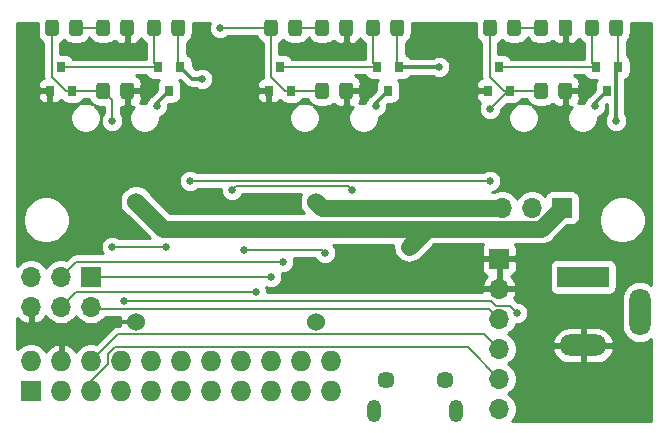
<source format=gbl>
G04 #@! TF.GenerationSoftware,KiCad,Pcbnew,5.1.6-c6e7f7d~87~ubuntu18.04.1*
G04 #@! TF.CreationDate,2020-07-14T22:37:44+02:00*
G04 #@! TF.ProjectId,USB-Exp,5553422d-4578-4702-9e6b-696361645f70,1.0*
G04 #@! TF.SameCoordinates,Original*
G04 #@! TF.FileFunction,Copper,L2,Bot*
G04 #@! TF.FilePolarity,Positive*
%FSLAX46Y46*%
G04 Gerber Fmt 4.6, Leading zero omitted, Abs format (unit mm)*
G04 Created by KiCad (PCBNEW 5.1.6-c6e7f7d~87~ubuntu18.04.1) date 2020-07-14 22:37:44*
%MOMM*%
%LPD*%
G01*
G04 APERTURE LIST*
G04 #@! TA.AperFunction,ComponentPad*
%ADD10C,1.524000*%
G04 #@! TD*
G04 #@! TA.AperFunction,SMDPad,CuDef*
%ADD11R,0.800000X0.900000*%
G04 #@! TD*
G04 #@! TA.AperFunction,ComponentPad*
%ADD12O,1.727200X1.727200*%
G04 #@! TD*
G04 #@! TA.AperFunction,ComponentPad*
%ADD13R,1.727200X1.727200*%
G04 #@! TD*
G04 #@! TA.AperFunction,ComponentPad*
%ADD14O,1.700000X1.700000*%
G04 #@! TD*
G04 #@! TA.AperFunction,ComponentPad*
%ADD15R,1.700000X1.700000*%
G04 #@! TD*
G04 #@! TA.AperFunction,ComponentPad*
%ADD16R,4.400000X1.800000*%
G04 #@! TD*
G04 #@! TA.AperFunction,ComponentPad*
%ADD17O,4.000000X1.800000*%
G04 #@! TD*
G04 #@! TA.AperFunction,ComponentPad*
%ADD18O,1.800000X4.000000*%
G04 #@! TD*
G04 #@! TA.AperFunction,ComponentPad*
%ADD19O,1.200000X1.900000*%
G04 #@! TD*
G04 #@! TA.AperFunction,ComponentPad*
%ADD20C,1.450000*%
G04 #@! TD*
G04 #@! TA.AperFunction,ViaPad*
%ADD21C,0.650000*%
G04 #@! TD*
G04 #@! TA.AperFunction,Conductor*
%ADD22C,0.160000*%
G04 #@! TD*
G04 #@! TA.AperFunction,Conductor*
%ADD23C,0.300000*%
G04 #@! TD*
G04 #@! TA.AperFunction,Conductor*
%ADD24C,1.400000*%
G04 #@! TD*
G04 #@! TA.AperFunction,Conductor*
%ADD25C,0.254000*%
G04 #@! TD*
G04 APERTURE END LIST*
D10*
X60706000Y-75946000D03*
X60706000Y-65786000D03*
X75946000Y-65786000D03*
X75946000Y-75946000D03*
G04 #@! TA.AperFunction,SMDPad,CuDef*
G36*
G01*
X99880000Y-50603999D02*
X99880000Y-51504001D01*
G75*
G02*
X99630001Y-51754000I-249999J0D01*
G01*
X98979999Y-51754000D01*
G75*
G02*
X98730000Y-51504001I0J249999D01*
G01*
X98730000Y-50603999D01*
G75*
G02*
X98979999Y-50354000I249999J0D01*
G01*
X99630001Y-50354000D01*
G75*
G02*
X99880000Y-50603999I0J-249999D01*
G01*
G37*
G04 #@! TD.AperFunction*
G04 #@! TA.AperFunction,SMDPad,CuDef*
G36*
G01*
X101930000Y-50603999D02*
X101930000Y-51504001D01*
G75*
G02*
X101680001Y-51754000I-249999J0D01*
G01*
X101029999Y-51754000D01*
G75*
G02*
X100780000Y-51504001I0J249999D01*
G01*
X100780000Y-50603999D01*
G75*
G02*
X101029999Y-50354000I249999J0D01*
G01*
X101680001Y-50354000D01*
G75*
G02*
X101930000Y-50603999I0J-249999D01*
G01*
G37*
G04 #@! TD.AperFunction*
G04 #@! TA.AperFunction,SMDPad,CuDef*
G36*
G01*
X81338000Y-50603999D02*
X81338000Y-51504001D01*
G75*
G02*
X81088001Y-51754000I-249999J0D01*
G01*
X80437999Y-51754000D01*
G75*
G02*
X80188000Y-51504001I0J249999D01*
G01*
X80188000Y-50603999D01*
G75*
G02*
X80437999Y-50354000I249999J0D01*
G01*
X81088001Y-50354000D01*
G75*
G02*
X81338000Y-50603999I0J-249999D01*
G01*
G37*
G04 #@! TD.AperFunction*
G04 #@! TA.AperFunction,SMDPad,CuDef*
G36*
G01*
X83388000Y-50603999D02*
X83388000Y-51504001D01*
G75*
G02*
X83138001Y-51754000I-249999J0D01*
G01*
X82487999Y-51754000D01*
G75*
G02*
X82238000Y-51504001I0J249999D01*
G01*
X82238000Y-50603999D01*
G75*
G02*
X82487999Y-50354000I249999J0D01*
G01*
X83138001Y-50354000D01*
G75*
G02*
X83388000Y-50603999I0J-249999D01*
G01*
G37*
G04 #@! TD.AperFunction*
G04 #@! TA.AperFunction,SMDPad,CuDef*
G36*
G01*
X62796000Y-50603999D02*
X62796000Y-51504001D01*
G75*
G02*
X62546001Y-51754000I-249999J0D01*
G01*
X61895999Y-51754000D01*
G75*
G02*
X61646000Y-51504001I0J249999D01*
G01*
X61646000Y-50603999D01*
G75*
G02*
X61895999Y-50354000I249999J0D01*
G01*
X62546001Y-50354000D01*
G75*
G02*
X62796000Y-50603999I0J-249999D01*
G01*
G37*
G04 #@! TD.AperFunction*
G04 #@! TA.AperFunction,SMDPad,CuDef*
G36*
G01*
X64846000Y-50603999D02*
X64846000Y-51504001D01*
G75*
G02*
X64596001Y-51754000I-249999J0D01*
G01*
X63945999Y-51754000D01*
G75*
G02*
X63696000Y-51504001I0J249999D01*
G01*
X63696000Y-50603999D01*
G75*
G02*
X63945999Y-50354000I249999J0D01*
G01*
X64596001Y-50354000D01*
G75*
G02*
X64846000Y-50603999I0J-249999D01*
G01*
G37*
G04 #@! TD.AperFunction*
G04 #@! TA.AperFunction,SMDPad,CuDef*
G36*
G01*
X92135000Y-51504001D02*
X92135000Y-50603999D01*
G75*
G02*
X92384999Y-50354000I249999J0D01*
G01*
X93035001Y-50354000D01*
G75*
G02*
X93285000Y-50603999I0J-249999D01*
G01*
X93285000Y-51504001D01*
G75*
G02*
X93035001Y-51754000I-249999J0D01*
G01*
X92384999Y-51754000D01*
G75*
G02*
X92135000Y-51504001I0J249999D01*
G01*
G37*
G04 #@! TD.AperFunction*
G04 #@! TA.AperFunction,SMDPad,CuDef*
G36*
G01*
X90085000Y-51504001D02*
X90085000Y-50603999D01*
G75*
G02*
X90334999Y-50354000I249999J0D01*
G01*
X90985001Y-50354000D01*
G75*
G02*
X91235000Y-50603999I0J-249999D01*
G01*
X91235000Y-51504001D01*
G75*
G02*
X90985001Y-51754000I-249999J0D01*
G01*
X90334999Y-51754000D01*
G75*
G02*
X90085000Y-51504001I0J249999D01*
G01*
G37*
G04 #@! TD.AperFunction*
G04 #@! TA.AperFunction,SMDPad,CuDef*
G36*
G01*
X73602000Y-51504001D02*
X73602000Y-50603999D01*
G75*
G02*
X73851999Y-50354000I249999J0D01*
G01*
X74502001Y-50354000D01*
G75*
G02*
X74752000Y-50603999I0J-249999D01*
G01*
X74752000Y-51504001D01*
G75*
G02*
X74502001Y-51754000I-249999J0D01*
G01*
X73851999Y-51754000D01*
G75*
G02*
X73602000Y-51504001I0J249999D01*
G01*
G37*
G04 #@! TD.AperFunction*
G04 #@! TA.AperFunction,SMDPad,CuDef*
G36*
G01*
X71552000Y-51504001D02*
X71552000Y-50603999D01*
G75*
G02*
X71801999Y-50354000I249999J0D01*
G01*
X72452001Y-50354000D01*
G75*
G02*
X72702000Y-50603999I0J-249999D01*
G01*
X72702000Y-51504001D01*
G75*
G02*
X72452001Y-51754000I-249999J0D01*
G01*
X71801999Y-51754000D01*
G75*
G02*
X71552000Y-51504001I0J249999D01*
G01*
G37*
G04 #@! TD.AperFunction*
G04 #@! TA.AperFunction,SMDPad,CuDef*
G36*
G01*
X55051000Y-51504001D02*
X55051000Y-50603999D01*
G75*
G02*
X55300999Y-50354000I249999J0D01*
G01*
X55951001Y-50354000D01*
G75*
G02*
X56201000Y-50603999I0J-249999D01*
G01*
X56201000Y-51504001D01*
G75*
G02*
X55951001Y-51754000I-249999J0D01*
G01*
X55300999Y-51754000D01*
G75*
G02*
X55051000Y-51504001I0J249999D01*
G01*
G37*
G04 #@! TD.AperFunction*
G04 #@! TA.AperFunction,SMDPad,CuDef*
G36*
G01*
X53001000Y-51504001D02*
X53001000Y-50603999D01*
G75*
G02*
X53250999Y-50354000I249999J0D01*
G01*
X53901001Y-50354000D01*
G75*
G02*
X54151000Y-50603999I0J-249999D01*
G01*
X54151000Y-51504001D01*
G75*
G02*
X53901001Y-51754000I-249999J0D01*
G01*
X53250999Y-51754000D01*
G75*
G02*
X53001000Y-51504001I0J249999D01*
G01*
G37*
G04 #@! TD.AperFunction*
G04 #@! TA.AperFunction,SMDPad,CuDef*
G36*
G01*
X96462000Y-56838001D02*
X96462000Y-55937999D01*
G75*
G02*
X96711999Y-55688000I249999J0D01*
G01*
X97362001Y-55688000D01*
G75*
G02*
X97612000Y-55937999I0J-249999D01*
G01*
X97612000Y-56838001D01*
G75*
G02*
X97362001Y-57088000I-249999J0D01*
G01*
X96711999Y-57088000D01*
G75*
G02*
X96462000Y-56838001I0J249999D01*
G01*
G37*
G04 #@! TD.AperFunction*
G04 #@! TA.AperFunction,SMDPad,CuDef*
G36*
G01*
X94412000Y-56838001D02*
X94412000Y-55937999D01*
G75*
G02*
X94661999Y-55688000I249999J0D01*
G01*
X95312001Y-55688000D01*
G75*
G02*
X95562000Y-55937999I0J-249999D01*
G01*
X95562000Y-56838001D01*
G75*
G02*
X95312001Y-57088000I-249999J0D01*
G01*
X94661999Y-57088000D01*
G75*
G02*
X94412000Y-56838001I0J249999D01*
G01*
G37*
G04 #@! TD.AperFunction*
G04 #@! TA.AperFunction,SMDPad,CuDef*
G36*
G01*
X77920000Y-56838001D02*
X77920000Y-55937999D01*
G75*
G02*
X78169999Y-55688000I249999J0D01*
G01*
X78820001Y-55688000D01*
G75*
G02*
X79070000Y-55937999I0J-249999D01*
G01*
X79070000Y-56838001D01*
G75*
G02*
X78820001Y-57088000I-249999J0D01*
G01*
X78169999Y-57088000D01*
G75*
G02*
X77920000Y-56838001I0J249999D01*
G01*
G37*
G04 #@! TD.AperFunction*
G04 #@! TA.AperFunction,SMDPad,CuDef*
G36*
G01*
X75870000Y-56838001D02*
X75870000Y-55937999D01*
G75*
G02*
X76119999Y-55688000I249999J0D01*
G01*
X76770001Y-55688000D01*
G75*
G02*
X77020000Y-55937999I0J-249999D01*
G01*
X77020000Y-56838001D01*
G75*
G02*
X76770001Y-57088000I-249999J0D01*
G01*
X76119999Y-57088000D01*
G75*
G02*
X75870000Y-56838001I0J249999D01*
G01*
G37*
G04 #@! TD.AperFunction*
G04 #@! TA.AperFunction,SMDPad,CuDef*
G36*
G01*
X59378000Y-56838001D02*
X59378000Y-55937999D01*
G75*
G02*
X59627999Y-55688000I249999J0D01*
G01*
X60278001Y-55688000D01*
G75*
G02*
X60528000Y-55937999I0J-249999D01*
G01*
X60528000Y-56838001D01*
G75*
G02*
X60278001Y-57088000I-249999J0D01*
G01*
X59627999Y-57088000D01*
G75*
G02*
X59378000Y-56838001I0J249999D01*
G01*
G37*
G04 #@! TD.AperFunction*
G04 #@! TA.AperFunction,SMDPad,CuDef*
G36*
G01*
X57328000Y-56838001D02*
X57328000Y-55937999D01*
G75*
G02*
X57577999Y-55688000I249999J0D01*
G01*
X58228001Y-55688000D01*
G75*
G02*
X58478000Y-55937999I0J-249999D01*
G01*
X58478000Y-56838001D01*
G75*
G02*
X58228001Y-57088000I-249999J0D01*
G01*
X57577999Y-57088000D01*
G75*
G02*
X57328000Y-56838001I0J249999D01*
G01*
G37*
G04 #@! TD.AperFunction*
D11*
X100584000Y-56372000D03*
X101534000Y-54372000D03*
X99634000Y-54372000D03*
X82042000Y-56372000D03*
X82992000Y-54372000D03*
X81092000Y-54372000D03*
X63500000Y-56372000D03*
X64450000Y-54372000D03*
X62550000Y-54372000D03*
X91440000Y-54372000D03*
X90490000Y-56372000D03*
X92390000Y-56372000D03*
X72898000Y-54372000D03*
X71948000Y-56372000D03*
X73848000Y-56372000D03*
X54356000Y-54372000D03*
X53406000Y-56372000D03*
X55306000Y-56372000D03*
D12*
X77216000Y-79248000D03*
X77216000Y-81788000D03*
X59436000Y-79248000D03*
X59436000Y-81788000D03*
X56896000Y-79248000D03*
X56896000Y-81788000D03*
X54356000Y-79248000D03*
X54356000Y-81788000D03*
X51816000Y-79248000D03*
D13*
X51816000Y-81788000D03*
D12*
X61976000Y-81788000D03*
X61976000Y-79248000D03*
X64516000Y-81788000D03*
X64516000Y-79248000D03*
X67056000Y-81788000D03*
X67056000Y-79248000D03*
X69596000Y-81788000D03*
X69596000Y-79248000D03*
X72136000Y-81788000D03*
X72136000Y-79248000D03*
X74676000Y-81788000D03*
X74676000Y-79248000D03*
D14*
X91694000Y-66294000D03*
X94234000Y-66294000D03*
D15*
X96774000Y-66294000D03*
D14*
X91440000Y-83312000D03*
X91440000Y-80772000D03*
X91440000Y-78232000D03*
X91440000Y-75692000D03*
X91440000Y-73152000D03*
D15*
X91440000Y-70612000D03*
D14*
X51816000Y-74676000D03*
X51816000Y-72136000D03*
X54356000Y-74676000D03*
X54356000Y-72136000D03*
X56896000Y-74676000D03*
D15*
X56896000Y-72136000D03*
D16*
X98552000Y-72136000D03*
D17*
X98552000Y-77936000D03*
D18*
X103352000Y-75136000D03*
D19*
X87828000Y-83533500D03*
X80828000Y-83533500D03*
D20*
X86828000Y-80833500D03*
X81828000Y-80833500D03*
G04 #@! TA.AperFunction,SMDPad,CuDef*
G36*
G01*
X95571000Y-50603999D02*
X95571000Y-51504001D01*
G75*
G02*
X95321001Y-51754000I-249999J0D01*
G01*
X94670999Y-51754000D01*
G75*
G02*
X94421000Y-51504001I0J249999D01*
G01*
X94421000Y-50603999D01*
G75*
G02*
X94670999Y-50354000I249999J0D01*
G01*
X95321001Y-50354000D01*
G75*
G02*
X95571000Y-50603999I0J-249999D01*
G01*
G37*
G04 #@! TD.AperFunction*
G04 #@! TA.AperFunction,SMDPad,CuDef*
G36*
G01*
X97621000Y-50603999D02*
X97621000Y-51504001D01*
G75*
G02*
X97371001Y-51754000I-249999J0D01*
G01*
X96720999Y-51754000D01*
G75*
G02*
X96471000Y-51504001I0J249999D01*
G01*
X96471000Y-50603999D01*
G75*
G02*
X96720999Y-50354000I249999J0D01*
G01*
X97371001Y-50354000D01*
G75*
G02*
X97621000Y-50603999I0J-249999D01*
G01*
G37*
G04 #@! TD.AperFunction*
G04 #@! TA.AperFunction,SMDPad,CuDef*
G36*
G01*
X77020000Y-50603999D02*
X77020000Y-51504001D01*
G75*
G02*
X76770001Y-51754000I-249999J0D01*
G01*
X76119999Y-51754000D01*
G75*
G02*
X75870000Y-51504001I0J249999D01*
G01*
X75870000Y-50603999D01*
G75*
G02*
X76119999Y-50354000I249999J0D01*
G01*
X76770001Y-50354000D01*
G75*
G02*
X77020000Y-50603999I0J-249999D01*
G01*
G37*
G04 #@! TD.AperFunction*
G04 #@! TA.AperFunction,SMDPad,CuDef*
G36*
G01*
X79070000Y-50603999D02*
X79070000Y-51504001D01*
G75*
G02*
X78820001Y-51754000I-249999J0D01*
G01*
X78169999Y-51754000D01*
G75*
G02*
X77920000Y-51504001I0J249999D01*
G01*
X77920000Y-50603999D01*
G75*
G02*
X78169999Y-50354000I249999J0D01*
G01*
X78820001Y-50354000D01*
G75*
G02*
X79070000Y-50603999I0J-249999D01*
G01*
G37*
G04 #@! TD.AperFunction*
G04 #@! TA.AperFunction,SMDPad,CuDef*
G36*
G01*
X58469000Y-50603999D02*
X58469000Y-51504001D01*
G75*
G02*
X58219001Y-51754000I-249999J0D01*
G01*
X57568999Y-51754000D01*
G75*
G02*
X57319000Y-51504001I0J249999D01*
G01*
X57319000Y-50603999D01*
G75*
G02*
X57568999Y-50354000I249999J0D01*
G01*
X58219001Y-50354000D01*
G75*
G02*
X58469000Y-50603999I0J-249999D01*
G01*
G37*
G04 #@! TD.AperFunction*
G04 #@! TA.AperFunction,SMDPad,CuDef*
G36*
G01*
X60519000Y-50603999D02*
X60519000Y-51504001D01*
G75*
G02*
X60269001Y-51754000I-249999J0D01*
G01*
X59618999Y-51754000D01*
G75*
G02*
X59369000Y-51504001I0J249999D01*
G01*
X59369000Y-50603999D01*
G75*
G02*
X59618999Y-50354000I249999J0D01*
G01*
X60269001Y-50354000D01*
G75*
G02*
X60519000Y-50603999I0J-249999D01*
G01*
G37*
G04 #@! TD.AperFunction*
D21*
X78486000Y-53086000D03*
X78486000Y-58928000D03*
X59944000Y-53086000D03*
X59944000Y-58674000D03*
X97028000Y-52832000D03*
X97028000Y-58420000D03*
X83820000Y-69596000D03*
X84582000Y-68834000D03*
X85344000Y-68072000D03*
X101346000Y-58928000D03*
X86360000Y-54356000D03*
X66294000Y-55372000D03*
X62484000Y-57658000D03*
X81026000Y-57658000D03*
X99568000Y-57658000D03*
X70866000Y-73406000D03*
X73152000Y-70866000D03*
X72136000Y-72136000D03*
X59690000Y-74168000D03*
X92964000Y-75184000D03*
X65278000Y-64008000D03*
X90678000Y-64008000D03*
X90678000Y-57912000D03*
X58674000Y-58928000D03*
X63246000Y-69596000D03*
X58674000Y-69596000D03*
X67818000Y-51054000D03*
X69850000Y-69850000D03*
X76708000Y-70104000D03*
X68834000Y-64770000D03*
X78994000Y-64770000D03*
D22*
X55626000Y-51054000D02*
X57894000Y-51054000D01*
D23*
X60706000Y-75946000D02*
X58674000Y-75946000D01*
X78495000Y-51054000D02*
X78495000Y-53077000D01*
X78495000Y-53077000D02*
X78486000Y-53086000D01*
X59944000Y-51054000D02*
X59944000Y-53086000D01*
X97046000Y-51054000D02*
X97046000Y-52814000D01*
X97046000Y-52814000D02*
X97028000Y-52832000D01*
D22*
X74177000Y-51054000D02*
X76445000Y-51054000D01*
X92710000Y-51054000D02*
X94996000Y-51054000D01*
D24*
X85371999Y-68044001D02*
X83820000Y-69596000D01*
X96774000Y-66294000D02*
X95023999Y-68044001D01*
X95023999Y-68044001D02*
X85371999Y-68044001D01*
D23*
X101346000Y-54560000D02*
X101534000Y-54372000D01*
X101346000Y-58928000D02*
X101346000Y-54560000D01*
X83008000Y-54356000D02*
X82992000Y-54372000D01*
X86360000Y-54356000D02*
X83008000Y-54356000D01*
D24*
X62992000Y-68072000D02*
X85344000Y-68072000D01*
X60706000Y-65786000D02*
X62992000Y-68072000D01*
D23*
X64770000Y-54692000D02*
X64450000Y-54372000D01*
X65450000Y-55372000D02*
X64450000Y-54372000D01*
X66294000Y-55372000D02*
X65450000Y-55372000D01*
D22*
X64271000Y-54193000D02*
X64450000Y-54372000D01*
X64271000Y-51054000D02*
X64271000Y-54193000D01*
X82813000Y-54193000D02*
X82992000Y-54372000D01*
X82813000Y-51054000D02*
X82813000Y-54193000D01*
X101534000Y-51233000D02*
X101355000Y-51054000D01*
X101534000Y-54372000D02*
X101534000Y-51233000D01*
D23*
X62484000Y-57388000D02*
X63500000Y-56372000D01*
X62484000Y-57658000D02*
X62484000Y-57388000D01*
X63300001Y-56172001D02*
X63500000Y-56372000D01*
X81026000Y-57388000D02*
X82042000Y-56372000D01*
X81026000Y-57658000D02*
X81026000Y-57388000D01*
X99568000Y-57388000D02*
X100584000Y-56372000D01*
X99568000Y-57658000D02*
X99568000Y-57388000D01*
D22*
X54356000Y-74676000D02*
X55626000Y-73406000D01*
X55626000Y-73406000D02*
X70866000Y-73406000D01*
X54356000Y-72136000D02*
X55626000Y-70866000D01*
X55626000Y-70866000D02*
X73152000Y-70866000D01*
X57062001Y-74842001D02*
X56896000Y-74676000D01*
X90590001Y-74842001D02*
X57062001Y-74842001D01*
X91440000Y-75692000D02*
X90590001Y-74842001D01*
X56896000Y-72136000D02*
X72136000Y-72136000D01*
X91177597Y-74561999D02*
X92341999Y-74561999D01*
X90783598Y-74168000D02*
X91177597Y-74561999D01*
X92341999Y-74561999D02*
X92964000Y-75184000D01*
X59690000Y-74168000D02*
X90783598Y-74168000D01*
X59155999Y-76988001D02*
X56896000Y-79248000D01*
X90196001Y-76988001D02*
X59155999Y-76988001D01*
X91440000Y-78232000D02*
X90196001Y-76988001D01*
X88772399Y-78104399D02*
X91440000Y-80772000D01*
X58887071Y-78104399D02*
X88772399Y-78104399D01*
X58292399Y-78699071D02*
X58887071Y-78104399D01*
X58292399Y-79544131D02*
X58292399Y-78699071D01*
X56896000Y-80940530D02*
X58292399Y-79544131D01*
X56896000Y-81788000D02*
X56896000Y-80940530D01*
D24*
X76454000Y-66294000D02*
X75946000Y-65786000D01*
X91694000Y-66294000D02*
X76454000Y-66294000D01*
D22*
X94971000Y-56372000D02*
X94987000Y-56388000D01*
X92390000Y-56372000D02*
X94971000Y-56372000D01*
X90660000Y-55202000D02*
X90660000Y-51054000D01*
X91830000Y-56372000D02*
X90660000Y-55202000D01*
X92390000Y-56372000D02*
X91830000Y-56372000D01*
X65278000Y-64008000D02*
X90678000Y-64008000D01*
X92218000Y-56372000D02*
X92390000Y-56372000D01*
X90678000Y-57912000D02*
X92218000Y-56372000D01*
X53576000Y-55187998D02*
X54760002Y-56372000D01*
X54760002Y-56372000D02*
X55306000Y-56372000D01*
X53576000Y-51054000D02*
X53576000Y-55187998D01*
X57887000Y-56372000D02*
X57903000Y-56388000D01*
X55306000Y-56372000D02*
X57887000Y-56372000D01*
X58674000Y-57159000D02*
X57903000Y-56388000D01*
X58674000Y-58928000D02*
X58674000Y-57159000D01*
X63246000Y-69596000D02*
X58674000Y-69596000D01*
X73288000Y-56372000D02*
X72127000Y-55211000D01*
X72127000Y-55211000D02*
X72127000Y-51054000D01*
X73848000Y-56372000D02*
X73288000Y-56372000D01*
X76429000Y-56372000D02*
X76445000Y-56388000D01*
X73848000Y-56372000D02*
X76429000Y-56372000D01*
X67818000Y-51054000D02*
X72127000Y-51054000D01*
X69850000Y-69850000D02*
X76454000Y-69850000D01*
X76454000Y-69850000D02*
X76708000Y-70104000D01*
X78669001Y-64445001D02*
X78994000Y-64770000D01*
X68834000Y-64770000D02*
X69158999Y-64445001D01*
X69158999Y-64445001D02*
X78669001Y-64445001D01*
X62221000Y-54043000D02*
X62550000Y-54372000D01*
X62221000Y-51054000D02*
X62221000Y-54043000D01*
X54356000Y-54372000D02*
X62550000Y-54372000D01*
X80763000Y-54043000D02*
X81092000Y-54372000D01*
X80763000Y-51054000D02*
X80763000Y-54043000D01*
X72898000Y-54372000D02*
X81092000Y-54372000D01*
X99305000Y-54043000D02*
X99634000Y-54372000D01*
X99305000Y-51054000D02*
X99305000Y-54043000D01*
X91440000Y-54372000D02*
X99634000Y-54372000D01*
D25*
G36*
X52362928Y-51504001D02*
G01*
X52379992Y-51677255D01*
X52430528Y-51843851D01*
X52512595Y-51997387D01*
X52623038Y-52131962D01*
X52757613Y-52242405D01*
X52861000Y-52297667D01*
X52861001Y-55152878D01*
X52857542Y-55187998D01*
X52861001Y-55223118D01*
X52868584Y-55300111D01*
X52761820Y-55332498D01*
X52651506Y-55391463D01*
X52554815Y-55470815D01*
X52475463Y-55567506D01*
X52416498Y-55677820D01*
X52380188Y-55797518D01*
X52367928Y-55922000D01*
X52371000Y-56086250D01*
X52529750Y-56245000D01*
X53279000Y-56245000D01*
X53279000Y-56225000D01*
X53533000Y-56225000D01*
X53533000Y-56245000D01*
X53553000Y-56245000D01*
X53553000Y-56499000D01*
X53533000Y-56499000D01*
X53533000Y-57298250D01*
X53691750Y-57457000D01*
X53806000Y-57460072D01*
X53930482Y-57447812D01*
X54050180Y-57411502D01*
X54160494Y-57352537D01*
X54257185Y-57273185D01*
X54336537Y-57176494D01*
X54356000Y-57140082D01*
X54375463Y-57176494D01*
X54454815Y-57273185D01*
X54551506Y-57352537D01*
X54661820Y-57411502D01*
X54781518Y-57447812D01*
X54906000Y-57460072D01*
X55706000Y-57460072D01*
X55830482Y-57447812D01*
X55950180Y-57411502D01*
X56060494Y-57352537D01*
X56157185Y-57273185D01*
X56236537Y-57176494D01*
X56284373Y-57087000D01*
X56729969Y-57087000D01*
X56757528Y-57177851D01*
X56839595Y-57331387D01*
X56950038Y-57465962D01*
X57032206Y-57533395D01*
X56802821Y-57438381D01*
X56554561Y-57389000D01*
X56301439Y-57389000D01*
X56053179Y-57438381D01*
X55819324Y-57535247D01*
X55608860Y-57675875D01*
X55429875Y-57854860D01*
X55289247Y-58065324D01*
X55192381Y-58299179D01*
X55143000Y-58547439D01*
X55143000Y-58800561D01*
X55192381Y-59048821D01*
X55289247Y-59282676D01*
X55429875Y-59493140D01*
X55608860Y-59672125D01*
X55819324Y-59812753D01*
X56053179Y-59909619D01*
X56301439Y-59959000D01*
X56554561Y-59959000D01*
X56802821Y-59909619D01*
X57036676Y-59812753D01*
X57247140Y-59672125D01*
X57426125Y-59493140D01*
X57566753Y-59282676D01*
X57663619Y-59048821D01*
X57713000Y-58800561D01*
X57713000Y-58547439D01*
X57663619Y-58299179D01*
X57566753Y-58065324D01*
X57426125Y-57854860D01*
X57247140Y-57675875D01*
X57152897Y-57612904D01*
X57238149Y-57658472D01*
X57404745Y-57709008D01*
X57577999Y-57726072D01*
X57959001Y-57726072D01*
X57959000Y-58285355D01*
X57928319Y-58316036D01*
X57823259Y-58473269D01*
X57750892Y-58647978D01*
X57714000Y-58833448D01*
X57714000Y-59022552D01*
X57750892Y-59208022D01*
X57823259Y-59382731D01*
X57928319Y-59539964D01*
X58062036Y-59673681D01*
X58219269Y-59778741D01*
X58393978Y-59851108D01*
X58579448Y-59888000D01*
X58768552Y-59888000D01*
X58954022Y-59851108D01*
X59128731Y-59778741D01*
X59285964Y-59673681D01*
X59419681Y-59539964D01*
X59524741Y-59382731D01*
X59597108Y-59208022D01*
X59634000Y-59022552D01*
X59634000Y-58833448D01*
X59597108Y-58647978D01*
X59524741Y-58473269D01*
X59419681Y-58316036D01*
X59389000Y-58285355D01*
X59389000Y-57725955D01*
X59667250Y-57723000D01*
X59826000Y-57564250D01*
X59826000Y-56515000D01*
X59806000Y-56515000D01*
X59806000Y-56261000D01*
X59826000Y-56261000D01*
X59826000Y-56241000D01*
X60080000Y-56241000D01*
X60080000Y-56261000D01*
X61004250Y-56261000D01*
X61163000Y-56102250D01*
X61166072Y-55688000D01*
X61153812Y-55563518D01*
X61117502Y-55443820D01*
X61058537Y-55333506D01*
X60979185Y-55236815D01*
X60882494Y-55157463D01*
X60772180Y-55098498D01*
X60734276Y-55087000D01*
X61571627Y-55087000D01*
X61619463Y-55176494D01*
X61698815Y-55273185D01*
X61795506Y-55352537D01*
X61905820Y-55411502D01*
X62025518Y-55447812D01*
X62150000Y-55460072D01*
X62661905Y-55460072D01*
X62648815Y-55470815D01*
X62569463Y-55567506D01*
X62510498Y-55677820D01*
X62474188Y-55797518D01*
X62461928Y-55922000D01*
X62461928Y-56299914D01*
X61956188Y-56805655D01*
X61926236Y-56830236D01*
X61828138Y-56949767D01*
X61820732Y-56963623D01*
X61738319Y-57046036D01*
X61633259Y-57203269D01*
X61560892Y-57377978D01*
X61558542Y-57389792D01*
X61554561Y-57389000D01*
X61301439Y-57389000D01*
X61061634Y-57436699D01*
X61117502Y-57332180D01*
X61153812Y-57212482D01*
X61166072Y-57088000D01*
X61163000Y-56673750D01*
X61004250Y-56515000D01*
X60080000Y-56515000D01*
X60080000Y-57564250D01*
X60238750Y-57723000D01*
X60528000Y-57726072D01*
X60562013Y-57722722D01*
X60429875Y-57854860D01*
X60289247Y-58065324D01*
X60192381Y-58299179D01*
X60143000Y-58547439D01*
X60143000Y-58800561D01*
X60192381Y-59048821D01*
X60289247Y-59282676D01*
X60429875Y-59493140D01*
X60608860Y-59672125D01*
X60819324Y-59812753D01*
X61053179Y-59909619D01*
X61301439Y-59959000D01*
X61554561Y-59959000D01*
X61802821Y-59909619D01*
X62036676Y-59812753D01*
X62247140Y-59672125D01*
X62426125Y-59493140D01*
X62566753Y-59282676D01*
X62663619Y-59048821D01*
X62713000Y-58800561D01*
X62713000Y-58591257D01*
X62764022Y-58581108D01*
X62938731Y-58508741D01*
X63095964Y-58403681D01*
X63229681Y-58269964D01*
X63334741Y-58112731D01*
X63407108Y-57938022D01*
X63444000Y-57752552D01*
X63444000Y-57563448D01*
X63439804Y-57542353D01*
X63522085Y-57460072D01*
X63900000Y-57460072D01*
X64024482Y-57447812D01*
X64144180Y-57411502D01*
X64254494Y-57352537D01*
X64351185Y-57273185D01*
X64430537Y-57176494D01*
X64489502Y-57066180D01*
X64525812Y-56946482D01*
X64538072Y-56822000D01*
X70909928Y-56822000D01*
X70922188Y-56946482D01*
X70958498Y-57066180D01*
X71017463Y-57176494D01*
X71096815Y-57273185D01*
X71193506Y-57352537D01*
X71303820Y-57411502D01*
X71423518Y-57447812D01*
X71548000Y-57460072D01*
X71662250Y-57457000D01*
X71821000Y-57298250D01*
X71821000Y-56499000D01*
X71071750Y-56499000D01*
X70913000Y-56657750D01*
X70909928Y-56822000D01*
X64538072Y-56822000D01*
X64538072Y-55922000D01*
X64525812Y-55797518D01*
X64489502Y-55677820D01*
X64430537Y-55567506D01*
X64351185Y-55470815D01*
X64338095Y-55460072D01*
X64427915Y-55460072D01*
X64867653Y-55899810D01*
X64892236Y-55929764D01*
X65011767Y-56027862D01*
X65121005Y-56086250D01*
X65148140Y-56100754D01*
X65296113Y-56145642D01*
X65371026Y-56153020D01*
X65411439Y-56157000D01*
X65411444Y-56157000D01*
X65450000Y-56160797D01*
X65488556Y-56157000D01*
X65740881Y-56157000D01*
X65839269Y-56222741D01*
X66013978Y-56295108D01*
X66199448Y-56332000D01*
X66388552Y-56332000D01*
X66574022Y-56295108D01*
X66748731Y-56222741D01*
X66905964Y-56117681D01*
X67039681Y-55983964D01*
X67144741Y-55826731D01*
X67217108Y-55652022D01*
X67254000Y-55466552D01*
X67254000Y-55277448D01*
X67217108Y-55091978D01*
X67144741Y-54917269D01*
X67039681Y-54760036D01*
X66905964Y-54626319D01*
X66748731Y-54521259D01*
X66574022Y-54448892D01*
X66388552Y-54412000D01*
X66199448Y-54412000D01*
X66013978Y-54448892D01*
X65839269Y-54521259D01*
X65761428Y-54573271D01*
X65488072Y-54299915D01*
X65488072Y-53922000D01*
X65475812Y-53797518D01*
X65439502Y-53677820D01*
X65380537Y-53567506D01*
X65301185Y-53470815D01*
X65204494Y-53391463D01*
X65094180Y-53332498D01*
X64986000Y-53299682D01*
X64986000Y-52297667D01*
X65089387Y-52242405D01*
X65223962Y-52131962D01*
X65334405Y-51997387D01*
X65416472Y-51843851D01*
X65467008Y-51677255D01*
X65484072Y-51504001D01*
X65484072Y-50660000D01*
X66942103Y-50660000D01*
X66894892Y-50773978D01*
X66858000Y-50959448D01*
X66858000Y-51148552D01*
X66894892Y-51334022D01*
X66967259Y-51508731D01*
X67072319Y-51665964D01*
X67206036Y-51799681D01*
X67363269Y-51904741D01*
X67537978Y-51977108D01*
X67723448Y-52014000D01*
X67912552Y-52014000D01*
X68098022Y-51977108D01*
X68272731Y-51904741D01*
X68429964Y-51799681D01*
X68460645Y-51769000D01*
X70958822Y-51769000D01*
X70981528Y-51843851D01*
X71063595Y-51997387D01*
X71174038Y-52131962D01*
X71308613Y-52242405D01*
X71412001Y-52297667D01*
X71412000Y-55175890D01*
X71408542Y-55211000D01*
X71412000Y-55246110D01*
X71412000Y-55246119D01*
X71417122Y-55298128D01*
X71303820Y-55332498D01*
X71193506Y-55391463D01*
X71096815Y-55470815D01*
X71017463Y-55567506D01*
X70958498Y-55677820D01*
X70922188Y-55797518D01*
X70909928Y-55922000D01*
X70913000Y-56086250D01*
X71071750Y-56245000D01*
X71821000Y-56245000D01*
X71821000Y-56225000D01*
X72075000Y-56225000D01*
X72075000Y-56245000D01*
X72095000Y-56245000D01*
X72095000Y-56499000D01*
X72075000Y-56499000D01*
X72075000Y-57298250D01*
X72233750Y-57457000D01*
X72348000Y-57460072D01*
X72472482Y-57447812D01*
X72592180Y-57411502D01*
X72702494Y-57352537D01*
X72799185Y-57273185D01*
X72878537Y-57176494D01*
X72898000Y-57140082D01*
X72917463Y-57176494D01*
X72996815Y-57273185D01*
X73093506Y-57352537D01*
X73203820Y-57411502D01*
X73323518Y-57447812D01*
X73448000Y-57460072D01*
X74248000Y-57460072D01*
X74372482Y-57447812D01*
X74492180Y-57411502D01*
X74602494Y-57352537D01*
X74699185Y-57273185D01*
X74778537Y-57176494D01*
X74826373Y-57087000D01*
X75271969Y-57087000D01*
X75299528Y-57177851D01*
X75381595Y-57331387D01*
X75492038Y-57465962D01*
X75574206Y-57533395D01*
X75344821Y-57438381D01*
X75096561Y-57389000D01*
X74843439Y-57389000D01*
X74595179Y-57438381D01*
X74361324Y-57535247D01*
X74150860Y-57675875D01*
X73971875Y-57854860D01*
X73831247Y-58065324D01*
X73734381Y-58299179D01*
X73685000Y-58547439D01*
X73685000Y-58800561D01*
X73734381Y-59048821D01*
X73831247Y-59282676D01*
X73971875Y-59493140D01*
X74150860Y-59672125D01*
X74361324Y-59812753D01*
X74595179Y-59909619D01*
X74843439Y-59959000D01*
X75096561Y-59959000D01*
X75344821Y-59909619D01*
X75578676Y-59812753D01*
X75789140Y-59672125D01*
X75968125Y-59493140D01*
X76108753Y-59282676D01*
X76205619Y-59048821D01*
X76255000Y-58800561D01*
X76255000Y-58547439D01*
X76205619Y-58299179D01*
X76108753Y-58065324D01*
X75968125Y-57854860D01*
X75789140Y-57675875D01*
X75694897Y-57612904D01*
X75780149Y-57658472D01*
X75946745Y-57709008D01*
X76119999Y-57726072D01*
X76770001Y-57726072D01*
X76943255Y-57709008D01*
X77109851Y-57658472D01*
X77263387Y-57576405D01*
X77397962Y-57465962D01*
X77403342Y-57459406D01*
X77468815Y-57539185D01*
X77565506Y-57618537D01*
X77675820Y-57677502D01*
X77795518Y-57713812D01*
X77920000Y-57726072D01*
X78209250Y-57723000D01*
X78368000Y-57564250D01*
X78368000Y-56515000D01*
X78348000Y-56515000D01*
X78348000Y-56261000D01*
X78368000Y-56261000D01*
X78368000Y-56241000D01*
X78622000Y-56241000D01*
X78622000Y-56261000D01*
X79546250Y-56261000D01*
X79705000Y-56102250D01*
X79708072Y-55688000D01*
X79695812Y-55563518D01*
X79659502Y-55443820D01*
X79600537Y-55333506D01*
X79521185Y-55236815D01*
X79424494Y-55157463D01*
X79314180Y-55098498D01*
X79276276Y-55087000D01*
X80113627Y-55087000D01*
X80161463Y-55176494D01*
X80240815Y-55273185D01*
X80337506Y-55352537D01*
X80447820Y-55411502D01*
X80567518Y-55447812D01*
X80692000Y-55460072D01*
X81203905Y-55460072D01*
X81190815Y-55470815D01*
X81111463Y-55567506D01*
X81052498Y-55677820D01*
X81016188Y-55797518D01*
X81003928Y-55922000D01*
X81003928Y-56299914D01*
X80498188Y-56805655D01*
X80468236Y-56830236D01*
X80370138Y-56949767D01*
X80362732Y-56963623D01*
X80280319Y-57046036D01*
X80175259Y-57203269D01*
X80102892Y-57377978D01*
X80100542Y-57389792D01*
X80096561Y-57389000D01*
X79843439Y-57389000D01*
X79603634Y-57436699D01*
X79659502Y-57332180D01*
X79695812Y-57212482D01*
X79708072Y-57088000D01*
X79705000Y-56673750D01*
X79546250Y-56515000D01*
X78622000Y-56515000D01*
X78622000Y-57564250D01*
X78780750Y-57723000D01*
X79070000Y-57726072D01*
X79104013Y-57722722D01*
X78971875Y-57854860D01*
X78831247Y-58065324D01*
X78734381Y-58299179D01*
X78685000Y-58547439D01*
X78685000Y-58800561D01*
X78734381Y-59048821D01*
X78831247Y-59282676D01*
X78971875Y-59493140D01*
X79150860Y-59672125D01*
X79361324Y-59812753D01*
X79595179Y-59909619D01*
X79843439Y-59959000D01*
X80096561Y-59959000D01*
X80344821Y-59909619D01*
X80578676Y-59812753D01*
X80789140Y-59672125D01*
X80968125Y-59493140D01*
X81108753Y-59282676D01*
X81205619Y-59048821D01*
X81255000Y-58800561D01*
X81255000Y-58591257D01*
X81306022Y-58581108D01*
X81480731Y-58508741D01*
X81637964Y-58403681D01*
X81771681Y-58269964D01*
X81876741Y-58112731D01*
X81949108Y-57938022D01*
X81986000Y-57752552D01*
X81986000Y-57563448D01*
X81981804Y-57542353D01*
X82064085Y-57460072D01*
X82442000Y-57460072D01*
X82566482Y-57447812D01*
X82686180Y-57411502D01*
X82796494Y-57352537D01*
X82893185Y-57273185D01*
X82972537Y-57176494D01*
X83031502Y-57066180D01*
X83067812Y-56946482D01*
X83080072Y-56822000D01*
X83080072Y-55922000D01*
X83067812Y-55797518D01*
X83031502Y-55677820D01*
X82972537Y-55567506D01*
X82893185Y-55470815D01*
X82880095Y-55460072D01*
X83392000Y-55460072D01*
X83516482Y-55447812D01*
X83636180Y-55411502D01*
X83746494Y-55352537D01*
X83843185Y-55273185D01*
X83922537Y-55176494D01*
X83941509Y-55141000D01*
X85806881Y-55141000D01*
X85905269Y-55206741D01*
X86079978Y-55279108D01*
X86265448Y-55316000D01*
X86454552Y-55316000D01*
X86640022Y-55279108D01*
X86814731Y-55206741D01*
X86971964Y-55101681D01*
X87105681Y-54967964D01*
X87210741Y-54810731D01*
X87283108Y-54636022D01*
X87320000Y-54450552D01*
X87320000Y-54261448D01*
X87283108Y-54075978D01*
X87210741Y-53901269D01*
X87105681Y-53744036D01*
X86971964Y-53610319D01*
X86814731Y-53505259D01*
X86640022Y-53432892D01*
X86454552Y-53396000D01*
X86265448Y-53396000D01*
X86079978Y-53432892D01*
X85905269Y-53505259D01*
X85806881Y-53571000D01*
X83924405Y-53571000D01*
X83922537Y-53567506D01*
X83843185Y-53470815D01*
X83746494Y-53391463D01*
X83636180Y-53332498D01*
X83528000Y-53299682D01*
X83528000Y-52297667D01*
X83631387Y-52242405D01*
X83765962Y-52131962D01*
X83876405Y-51997387D01*
X83958472Y-51843851D01*
X84009008Y-51677255D01*
X84026072Y-51504001D01*
X84026072Y-50660000D01*
X89446928Y-50660000D01*
X89446928Y-51504001D01*
X89463992Y-51677255D01*
X89514528Y-51843851D01*
X89596595Y-51997387D01*
X89707038Y-52131962D01*
X89841613Y-52242405D01*
X89945001Y-52297667D01*
X89945000Y-55166890D01*
X89941542Y-55202000D01*
X89945000Y-55237110D01*
X89945000Y-55237119D01*
X89951244Y-55300518D01*
X89845820Y-55332498D01*
X89735506Y-55391463D01*
X89638815Y-55470815D01*
X89559463Y-55567506D01*
X89500498Y-55677820D01*
X89464188Y-55797518D01*
X89451928Y-55922000D01*
X89455000Y-56086250D01*
X89613750Y-56245000D01*
X90363000Y-56245000D01*
X90363000Y-56225000D01*
X90617000Y-56225000D01*
X90617000Y-56245000D01*
X90637000Y-56245000D01*
X90637000Y-56499000D01*
X90617000Y-56499000D01*
X90617000Y-56519000D01*
X90363000Y-56519000D01*
X90363000Y-56499000D01*
X89613750Y-56499000D01*
X89455000Y-56657750D01*
X89451928Y-56822000D01*
X89464188Y-56946482D01*
X89500498Y-57066180D01*
X89559463Y-57176494D01*
X89638815Y-57273185D01*
X89735506Y-57352537D01*
X89845820Y-57411502D01*
X89855814Y-57414534D01*
X89827259Y-57457269D01*
X89754892Y-57631978D01*
X89718000Y-57817448D01*
X89718000Y-58006552D01*
X89754892Y-58192022D01*
X89827259Y-58366731D01*
X89932319Y-58523964D01*
X90066036Y-58657681D01*
X90223269Y-58762741D01*
X90397978Y-58835108D01*
X90583448Y-58872000D01*
X90772552Y-58872000D01*
X90958022Y-58835108D01*
X91132731Y-58762741D01*
X91289964Y-58657681D01*
X91423681Y-58523964D01*
X91528741Y-58366731D01*
X91601108Y-58192022D01*
X91638000Y-58006552D01*
X91638000Y-57963162D01*
X92141090Y-57460072D01*
X92790000Y-57460072D01*
X92914482Y-57447812D01*
X93034180Y-57411502D01*
X93144494Y-57352537D01*
X93241185Y-57273185D01*
X93320537Y-57176494D01*
X93368373Y-57087000D01*
X93813969Y-57087000D01*
X93841528Y-57177851D01*
X93923595Y-57331387D01*
X94034038Y-57465962D01*
X94116206Y-57533395D01*
X93886821Y-57438381D01*
X93638561Y-57389000D01*
X93385439Y-57389000D01*
X93137179Y-57438381D01*
X92903324Y-57535247D01*
X92692860Y-57675875D01*
X92513875Y-57854860D01*
X92373247Y-58065324D01*
X92276381Y-58299179D01*
X92227000Y-58547439D01*
X92227000Y-58800561D01*
X92276381Y-59048821D01*
X92373247Y-59282676D01*
X92513875Y-59493140D01*
X92692860Y-59672125D01*
X92903324Y-59812753D01*
X93137179Y-59909619D01*
X93385439Y-59959000D01*
X93638561Y-59959000D01*
X93886821Y-59909619D01*
X94120676Y-59812753D01*
X94331140Y-59672125D01*
X94510125Y-59493140D01*
X94650753Y-59282676D01*
X94747619Y-59048821D01*
X94797000Y-58800561D01*
X94797000Y-58547439D01*
X94747619Y-58299179D01*
X94650753Y-58065324D01*
X94510125Y-57854860D01*
X94331140Y-57675875D01*
X94236897Y-57612904D01*
X94322149Y-57658472D01*
X94488745Y-57709008D01*
X94661999Y-57726072D01*
X95312001Y-57726072D01*
X95485255Y-57709008D01*
X95651851Y-57658472D01*
X95805387Y-57576405D01*
X95939962Y-57465962D01*
X95945342Y-57459406D01*
X96010815Y-57539185D01*
X96107506Y-57618537D01*
X96217820Y-57677502D01*
X96337518Y-57713812D01*
X96462000Y-57726072D01*
X96751250Y-57723000D01*
X96910000Y-57564250D01*
X96910000Y-56515000D01*
X96890000Y-56515000D01*
X96890000Y-56261000D01*
X96910000Y-56261000D01*
X96910000Y-56241000D01*
X97164000Y-56241000D01*
X97164000Y-56261000D01*
X98088250Y-56261000D01*
X98247000Y-56102250D01*
X98250072Y-55688000D01*
X98237812Y-55563518D01*
X98201502Y-55443820D01*
X98142537Y-55333506D01*
X98063185Y-55236815D01*
X97966494Y-55157463D01*
X97856180Y-55098498D01*
X97818276Y-55087000D01*
X98655627Y-55087000D01*
X98703463Y-55176494D01*
X98782815Y-55273185D01*
X98879506Y-55352537D01*
X98989820Y-55411502D01*
X99109518Y-55447812D01*
X99234000Y-55460072D01*
X99745905Y-55460072D01*
X99732815Y-55470815D01*
X99653463Y-55567506D01*
X99594498Y-55677820D01*
X99558188Y-55797518D01*
X99545928Y-55922000D01*
X99545928Y-56299914D01*
X99040188Y-56805655D01*
X99010236Y-56830236D01*
X98912138Y-56949767D01*
X98904732Y-56963623D01*
X98822319Y-57046036D01*
X98717259Y-57203269D01*
X98644892Y-57377978D01*
X98642542Y-57389792D01*
X98638561Y-57389000D01*
X98385439Y-57389000D01*
X98145634Y-57436699D01*
X98201502Y-57332180D01*
X98237812Y-57212482D01*
X98250072Y-57088000D01*
X98247000Y-56673750D01*
X98088250Y-56515000D01*
X97164000Y-56515000D01*
X97164000Y-57564250D01*
X97322750Y-57723000D01*
X97612000Y-57726072D01*
X97646013Y-57722722D01*
X97513875Y-57854860D01*
X97373247Y-58065324D01*
X97276381Y-58299179D01*
X97227000Y-58547439D01*
X97227000Y-58800561D01*
X97276381Y-59048821D01*
X97373247Y-59282676D01*
X97513875Y-59493140D01*
X97692860Y-59672125D01*
X97903324Y-59812753D01*
X98137179Y-59909619D01*
X98385439Y-59959000D01*
X98638561Y-59959000D01*
X98886821Y-59909619D01*
X99120676Y-59812753D01*
X99331140Y-59672125D01*
X99510125Y-59493140D01*
X99650753Y-59282676D01*
X99747619Y-59048821D01*
X99797000Y-58800561D01*
X99797000Y-58591257D01*
X99848022Y-58581108D01*
X100022731Y-58508741D01*
X100179964Y-58403681D01*
X100313681Y-58269964D01*
X100418741Y-58112731D01*
X100491108Y-57938022D01*
X100528000Y-57752552D01*
X100528000Y-57563448D01*
X100523804Y-57542353D01*
X100561000Y-57505157D01*
X100561000Y-58374881D01*
X100495259Y-58473269D01*
X100422892Y-58647978D01*
X100386000Y-58833448D01*
X100386000Y-59022552D01*
X100422892Y-59208022D01*
X100495259Y-59382731D01*
X100600319Y-59539964D01*
X100734036Y-59673681D01*
X100891269Y-59778741D01*
X101065978Y-59851108D01*
X101251448Y-59888000D01*
X101440552Y-59888000D01*
X101626022Y-59851108D01*
X101800731Y-59778741D01*
X101957964Y-59673681D01*
X102091681Y-59539964D01*
X102196741Y-59382731D01*
X102269108Y-59208022D01*
X102306000Y-59022552D01*
X102306000Y-58833448D01*
X102269108Y-58647978D01*
X102196741Y-58473269D01*
X102131000Y-58374881D01*
X102131000Y-55425814D01*
X102178180Y-55411502D01*
X102288494Y-55352537D01*
X102385185Y-55273185D01*
X102464537Y-55176494D01*
X102523502Y-55066180D01*
X102559812Y-54946482D01*
X102572072Y-54822000D01*
X102572072Y-53922000D01*
X102559812Y-53797518D01*
X102523502Y-53677820D01*
X102464537Y-53567506D01*
X102385185Y-53470815D01*
X102288494Y-53391463D01*
X102249000Y-53370353D01*
X102249000Y-52180351D01*
X102307962Y-52131962D01*
X102418405Y-51997387D01*
X102500472Y-51843851D01*
X102551008Y-51677255D01*
X102568072Y-51504001D01*
X102568072Y-50660000D01*
X104340000Y-50660000D01*
X104340001Y-72861088D01*
X104208926Y-72753519D01*
X103942260Y-72610983D01*
X103652912Y-72523210D01*
X103352000Y-72493573D01*
X103051087Y-72523210D01*
X102761739Y-72610983D01*
X102495073Y-72753519D01*
X102261339Y-72945339D01*
X102069519Y-73179074D01*
X101926983Y-73445740D01*
X101839210Y-73735088D01*
X101817000Y-73960593D01*
X101817001Y-76311408D01*
X101839211Y-76536913D01*
X101926984Y-76826261D01*
X102069520Y-77092927D01*
X102261340Y-77326661D01*
X102495074Y-77518481D01*
X102761740Y-77661017D01*
X103051088Y-77748790D01*
X103352000Y-77778427D01*
X103652913Y-77748790D01*
X103942261Y-77661017D01*
X104208927Y-77518481D01*
X104340001Y-77410912D01*
X104340001Y-84340000D01*
X92512107Y-84340000D01*
X92593475Y-84258632D01*
X92755990Y-84015411D01*
X92867932Y-83745158D01*
X92925000Y-83458260D01*
X92925000Y-83165740D01*
X92867932Y-82878842D01*
X92755990Y-82608589D01*
X92593475Y-82365368D01*
X92386632Y-82158525D01*
X92212240Y-82042000D01*
X92386632Y-81925475D01*
X92593475Y-81718632D01*
X92755990Y-81475411D01*
X92867932Y-81205158D01*
X92925000Y-80918260D01*
X92925000Y-80625740D01*
X92867932Y-80338842D01*
X92755990Y-80068589D01*
X92593475Y-79825368D01*
X92386632Y-79618525D01*
X92212240Y-79502000D01*
X92386632Y-79385475D01*
X92593475Y-79178632D01*
X92755990Y-78935411D01*
X92867932Y-78665158D01*
X92925000Y-78378260D01*
X92925000Y-78300740D01*
X95960964Y-78300740D01*
X95985245Y-78406087D01*
X96105138Y-78683204D01*
X96276790Y-78931606D01*
X96493604Y-79141748D01*
X96747249Y-79305554D01*
X97027977Y-79416729D01*
X97325000Y-79471000D01*
X98425000Y-79471000D01*
X98425000Y-78063000D01*
X98679000Y-78063000D01*
X98679000Y-79471000D01*
X99779000Y-79471000D01*
X100076023Y-79416729D01*
X100356751Y-79305554D01*
X100610396Y-79141748D01*
X100827210Y-78931606D01*
X100998862Y-78683204D01*
X101118755Y-78406087D01*
X101143036Y-78300740D01*
X101022378Y-78063000D01*
X98679000Y-78063000D01*
X98425000Y-78063000D01*
X96081622Y-78063000D01*
X95960964Y-78300740D01*
X92925000Y-78300740D01*
X92925000Y-78085740D01*
X92867932Y-77798842D01*
X92773665Y-77571260D01*
X95960964Y-77571260D01*
X96081622Y-77809000D01*
X98425000Y-77809000D01*
X98425000Y-76401000D01*
X98679000Y-76401000D01*
X98679000Y-77809000D01*
X101022378Y-77809000D01*
X101143036Y-77571260D01*
X101118755Y-77465913D01*
X100998862Y-77188796D01*
X100827210Y-76940394D01*
X100610396Y-76730252D01*
X100356751Y-76566446D01*
X100076023Y-76455271D01*
X99779000Y-76401000D01*
X98679000Y-76401000D01*
X98425000Y-76401000D01*
X97325000Y-76401000D01*
X97027977Y-76455271D01*
X96747249Y-76566446D01*
X96493604Y-76730252D01*
X96276790Y-76940394D01*
X96105138Y-77188796D01*
X95985245Y-77465913D01*
X95960964Y-77571260D01*
X92773665Y-77571260D01*
X92755990Y-77528589D01*
X92593475Y-77285368D01*
X92386632Y-77078525D01*
X92212240Y-76962000D01*
X92386632Y-76845475D01*
X92593475Y-76638632D01*
X92755990Y-76395411D01*
X92860837Y-76142287D01*
X92869448Y-76144000D01*
X93058552Y-76144000D01*
X93244022Y-76107108D01*
X93418731Y-76034741D01*
X93575964Y-75929681D01*
X93709681Y-75795964D01*
X93814741Y-75638731D01*
X93887108Y-75464022D01*
X93924000Y-75278552D01*
X93924000Y-75089448D01*
X93887108Y-74903978D01*
X93814741Y-74729269D01*
X93709681Y-74572036D01*
X93575964Y-74438319D01*
X93418731Y-74333259D01*
X93244022Y-74260892D01*
X93058552Y-74224000D01*
X93015161Y-74224000D01*
X92872419Y-74081258D01*
X92850026Y-74053972D01*
X92741153Y-73964622D01*
X92695681Y-73940317D01*
X92711641Y-73918920D01*
X92836825Y-73656099D01*
X92881476Y-73508890D01*
X92760155Y-73279000D01*
X91567000Y-73279000D01*
X91567000Y-73299000D01*
X91313000Y-73299000D01*
X91313000Y-73279000D01*
X90119845Y-73279000D01*
X90028019Y-73453000D01*
X71826000Y-73453000D01*
X71826000Y-73311448D01*
X71789108Y-73125978D01*
X71741824Y-73011824D01*
X71855978Y-73059108D01*
X72041448Y-73096000D01*
X72230552Y-73096000D01*
X72416022Y-73059108D01*
X72590731Y-72986741D01*
X72747964Y-72881681D01*
X72881681Y-72747964D01*
X72986741Y-72590731D01*
X73059108Y-72416022D01*
X73096000Y-72230552D01*
X73096000Y-72041448D01*
X73059108Y-71855978D01*
X73045725Y-71823668D01*
X73057448Y-71826000D01*
X73246552Y-71826000D01*
X73432022Y-71789108D01*
X73606731Y-71716741D01*
X73763964Y-71611681D01*
X73897681Y-71477964D01*
X73908347Y-71462000D01*
X89951928Y-71462000D01*
X89964188Y-71586482D01*
X90000498Y-71706180D01*
X90059463Y-71816494D01*
X90138815Y-71913185D01*
X90235506Y-71992537D01*
X90345820Y-72051502D01*
X90426466Y-72075966D01*
X90342412Y-72151731D01*
X90168359Y-72385080D01*
X90043175Y-72647901D01*
X89998524Y-72795110D01*
X90119845Y-73025000D01*
X91313000Y-73025000D01*
X91313000Y-70739000D01*
X91567000Y-70739000D01*
X91567000Y-73025000D01*
X92760155Y-73025000D01*
X92881476Y-72795110D01*
X92836825Y-72647901D01*
X92711641Y-72385080D01*
X92537588Y-72151731D01*
X92453534Y-72075966D01*
X92534180Y-72051502D01*
X92644494Y-71992537D01*
X92741185Y-71913185D01*
X92820537Y-71816494D01*
X92879502Y-71706180D01*
X92915812Y-71586482D01*
X92928072Y-71462000D01*
X92926842Y-71236000D01*
X95713928Y-71236000D01*
X95713928Y-73036000D01*
X95726188Y-73160482D01*
X95762498Y-73280180D01*
X95821463Y-73390494D01*
X95900815Y-73487185D01*
X95997506Y-73566537D01*
X96107820Y-73625502D01*
X96227518Y-73661812D01*
X96352000Y-73674072D01*
X100752000Y-73674072D01*
X100876482Y-73661812D01*
X100996180Y-73625502D01*
X101106494Y-73566537D01*
X101203185Y-73487185D01*
X101282537Y-73390494D01*
X101341502Y-73280180D01*
X101377812Y-73160482D01*
X101390072Y-73036000D01*
X101390072Y-71236000D01*
X101377812Y-71111518D01*
X101341502Y-70991820D01*
X101282537Y-70881506D01*
X101203185Y-70784815D01*
X101106494Y-70705463D01*
X100996180Y-70646498D01*
X100876482Y-70610188D01*
X100752000Y-70597928D01*
X96352000Y-70597928D01*
X96227518Y-70610188D01*
X96107820Y-70646498D01*
X95997506Y-70705463D01*
X95900815Y-70784815D01*
X95821463Y-70881506D01*
X95762498Y-70991820D01*
X95726188Y-71111518D01*
X95713928Y-71236000D01*
X92926842Y-71236000D01*
X92925000Y-70897750D01*
X92766250Y-70739000D01*
X91567000Y-70739000D01*
X91313000Y-70739000D01*
X90113750Y-70739000D01*
X89955000Y-70897750D01*
X89951928Y-71462000D01*
X73908347Y-71462000D01*
X74002741Y-71320731D01*
X74075108Y-71146022D01*
X74112000Y-70960552D01*
X74112000Y-70771448D01*
X74075108Y-70585978D01*
X74066419Y-70565000D01*
X75861448Y-70565000D01*
X75962319Y-70715964D01*
X76096036Y-70849681D01*
X76253269Y-70954741D01*
X76427978Y-71027108D01*
X76613448Y-71064000D01*
X76802552Y-71064000D01*
X76988022Y-71027108D01*
X77162731Y-70954741D01*
X77319964Y-70849681D01*
X77453681Y-70715964D01*
X77558741Y-70558731D01*
X77631108Y-70384022D01*
X77668000Y-70198552D01*
X77668000Y-70009448D01*
X77631108Y-69823978D01*
X77558741Y-69649269D01*
X77453681Y-69492036D01*
X77368645Y-69407000D01*
X82497156Y-69407000D01*
X82478541Y-69596000D01*
X82504317Y-69857705D01*
X82580654Y-70109354D01*
X82704618Y-70341274D01*
X82871446Y-70544554D01*
X83074726Y-70711382D01*
X83306646Y-70835346D01*
X83558295Y-70911683D01*
X83820000Y-70937459D01*
X84081705Y-70911683D01*
X84333354Y-70835346D01*
X84565274Y-70711382D01*
X84717616Y-70586358D01*
X85924974Y-69379001D01*
X90082856Y-69379001D01*
X90059463Y-69407506D01*
X90000498Y-69517820D01*
X89964188Y-69637518D01*
X89951928Y-69762000D01*
X89955000Y-70326250D01*
X90113750Y-70485000D01*
X91313000Y-70485000D01*
X91313000Y-70465000D01*
X91567000Y-70465000D01*
X91567000Y-70485000D01*
X92766250Y-70485000D01*
X92925000Y-70326250D01*
X92928072Y-69762000D01*
X92915812Y-69637518D01*
X92879502Y-69517820D01*
X92820537Y-69407506D01*
X92797144Y-69379001D01*
X94958420Y-69379001D01*
X95023999Y-69385460D01*
X95089578Y-69379001D01*
X95285705Y-69359684D01*
X95537353Y-69283348D01*
X95769274Y-69159383D01*
X95972554Y-68992556D01*
X96014365Y-68941609D01*
X97173903Y-67782072D01*
X97624000Y-67782072D01*
X97748482Y-67769812D01*
X97868180Y-67733502D01*
X97978494Y-67674537D01*
X98075185Y-67595185D01*
X98154537Y-67498494D01*
X98213502Y-67388180D01*
X98249812Y-67268482D01*
X98262072Y-67144000D01*
X98262072Y-67114495D01*
X99869000Y-67114495D01*
X99869000Y-67505505D01*
X99945282Y-67889003D01*
X100094915Y-68250250D01*
X100312149Y-68575364D01*
X100588636Y-68851851D01*
X100913750Y-69069085D01*
X101274997Y-69218718D01*
X101658495Y-69295000D01*
X102049505Y-69295000D01*
X102433003Y-69218718D01*
X102794250Y-69069085D01*
X103119364Y-68851851D01*
X103395851Y-68575364D01*
X103613085Y-68250250D01*
X103762718Y-67889003D01*
X103839000Y-67505505D01*
X103839000Y-67114495D01*
X103762718Y-66730997D01*
X103613085Y-66369750D01*
X103395851Y-66044636D01*
X103119364Y-65768149D01*
X102794250Y-65550915D01*
X102433003Y-65401282D01*
X102049505Y-65325000D01*
X101658495Y-65325000D01*
X101274997Y-65401282D01*
X100913750Y-65550915D01*
X100588636Y-65768149D01*
X100312149Y-66044636D01*
X100094915Y-66369750D01*
X99945282Y-66730997D01*
X99869000Y-67114495D01*
X98262072Y-67114495D01*
X98262072Y-65444000D01*
X98249812Y-65319518D01*
X98213502Y-65199820D01*
X98154537Y-65089506D01*
X98075185Y-64992815D01*
X97978494Y-64913463D01*
X97868180Y-64854498D01*
X97748482Y-64818188D01*
X97624000Y-64805928D01*
X95924000Y-64805928D01*
X95799518Y-64818188D01*
X95679820Y-64854498D01*
X95569506Y-64913463D01*
X95472815Y-64992815D01*
X95393463Y-65089506D01*
X95334498Y-65199820D01*
X95312487Y-65272380D01*
X95180632Y-65140525D01*
X94937411Y-64978010D01*
X94667158Y-64866068D01*
X94380260Y-64809000D01*
X94087740Y-64809000D01*
X93800842Y-64866068D01*
X93530589Y-64978010D01*
X93287368Y-65140525D01*
X93080525Y-65347368D01*
X92964000Y-65521760D01*
X92847475Y-65347368D01*
X92640632Y-65140525D01*
X92397411Y-64978010D01*
X92127158Y-64866068D01*
X91840260Y-64809000D01*
X91547740Y-64809000D01*
X91260842Y-64866068D01*
X91036483Y-64959000D01*
X90817798Y-64959000D01*
X90958022Y-64931108D01*
X91132731Y-64858741D01*
X91289964Y-64753681D01*
X91423681Y-64619964D01*
X91528741Y-64462731D01*
X91601108Y-64288022D01*
X91638000Y-64102552D01*
X91638000Y-63913448D01*
X91601108Y-63727978D01*
X91528741Y-63553269D01*
X91423681Y-63396036D01*
X91289964Y-63262319D01*
X91132731Y-63157259D01*
X90958022Y-63084892D01*
X90772552Y-63048000D01*
X90583448Y-63048000D01*
X90397978Y-63084892D01*
X90223269Y-63157259D01*
X90066036Y-63262319D01*
X90035355Y-63293000D01*
X65920645Y-63293000D01*
X65889964Y-63262319D01*
X65732731Y-63157259D01*
X65558022Y-63084892D01*
X65372552Y-63048000D01*
X65183448Y-63048000D01*
X64997978Y-63084892D01*
X64823269Y-63157259D01*
X64666036Y-63262319D01*
X64532319Y-63396036D01*
X64427259Y-63553269D01*
X64354892Y-63727978D01*
X64318000Y-63913448D01*
X64318000Y-64102552D01*
X64354892Y-64288022D01*
X64427259Y-64462731D01*
X64532319Y-64619964D01*
X64666036Y-64753681D01*
X64823269Y-64858741D01*
X64997978Y-64931108D01*
X65183448Y-64968000D01*
X65372552Y-64968000D01*
X65558022Y-64931108D01*
X65732731Y-64858741D01*
X65889964Y-64753681D01*
X65920645Y-64723000D01*
X67874000Y-64723000D01*
X67874000Y-64864552D01*
X67910892Y-65050022D01*
X67983259Y-65224731D01*
X68088319Y-65381964D01*
X68222036Y-65515681D01*
X68379269Y-65620741D01*
X68553978Y-65693108D01*
X68739448Y-65730000D01*
X68928552Y-65730000D01*
X69114022Y-65693108D01*
X69288731Y-65620741D01*
X69445964Y-65515681D01*
X69579681Y-65381964D01*
X69684741Y-65224731D01*
X69711553Y-65160001D01*
X74693196Y-65160001D01*
X74602686Y-65378510D01*
X74549000Y-65648408D01*
X74549000Y-65923592D01*
X74602686Y-66193490D01*
X74707995Y-66447727D01*
X74860880Y-66676535D01*
X74921345Y-66737000D01*
X63544975Y-66737000D01*
X61952319Y-65144345D01*
X61944005Y-65124273D01*
X61791120Y-64895465D01*
X61596535Y-64700880D01*
X61367727Y-64547995D01*
X61113490Y-64442686D01*
X60843592Y-64389000D01*
X60568408Y-64389000D01*
X60298510Y-64442686D01*
X60044273Y-64547995D01*
X59815465Y-64700880D01*
X59620880Y-64895465D01*
X59467995Y-65124273D01*
X59362686Y-65378510D01*
X59309000Y-65648408D01*
X59309000Y-65923592D01*
X59362686Y-66193490D01*
X59467995Y-66447727D01*
X59620880Y-66676535D01*
X59815465Y-66871120D01*
X60044273Y-67024005D01*
X60064345Y-67032319D01*
X61913025Y-68881000D01*
X59316645Y-68881000D01*
X59285964Y-68850319D01*
X59128731Y-68745259D01*
X58954022Y-68672892D01*
X58768552Y-68636000D01*
X58579448Y-68636000D01*
X58393978Y-68672892D01*
X58219269Y-68745259D01*
X58062036Y-68850319D01*
X57928319Y-68984036D01*
X57823259Y-69141269D01*
X57750892Y-69315978D01*
X57714000Y-69501448D01*
X57714000Y-69690552D01*
X57750892Y-69876022D01*
X57823259Y-70050731D01*
X57890257Y-70151000D01*
X55661109Y-70151000D01*
X55625999Y-70147542D01*
X55590889Y-70151000D01*
X55590880Y-70151000D01*
X55485836Y-70161346D01*
X55351058Y-70202230D01*
X55226846Y-70268623D01*
X55117973Y-70357973D01*
X55095584Y-70385254D01*
X54775489Y-70705349D01*
X54502260Y-70651000D01*
X54209740Y-70651000D01*
X53922842Y-70708068D01*
X53652589Y-70820010D01*
X53409368Y-70982525D01*
X53202525Y-71189368D01*
X53086000Y-71363760D01*
X52969475Y-71189368D01*
X52762632Y-70982525D01*
X52519411Y-70820010D01*
X52249158Y-70708068D01*
X51962260Y-70651000D01*
X51669740Y-70651000D01*
X51382842Y-70708068D01*
X51112589Y-70820010D01*
X50869368Y-70982525D01*
X50662525Y-71189368D01*
X50660000Y-71193147D01*
X50660000Y-67114495D01*
X51101000Y-67114495D01*
X51101000Y-67505505D01*
X51177282Y-67889003D01*
X51326915Y-68250250D01*
X51544149Y-68575364D01*
X51820636Y-68851851D01*
X52145750Y-69069085D01*
X52506997Y-69218718D01*
X52890495Y-69295000D01*
X53281505Y-69295000D01*
X53665003Y-69218718D01*
X54026250Y-69069085D01*
X54351364Y-68851851D01*
X54627851Y-68575364D01*
X54845085Y-68250250D01*
X54994718Y-67889003D01*
X55071000Y-67505505D01*
X55071000Y-67114495D01*
X54994718Y-66730997D01*
X54845085Y-66369750D01*
X54627851Y-66044636D01*
X54351364Y-65768149D01*
X54026250Y-65550915D01*
X53665003Y-65401282D01*
X53281505Y-65325000D01*
X52890495Y-65325000D01*
X52506997Y-65401282D01*
X52145750Y-65550915D01*
X51820636Y-65768149D01*
X51544149Y-66044636D01*
X51326915Y-66369750D01*
X51177282Y-66730997D01*
X51101000Y-67114495D01*
X50660000Y-67114495D01*
X50660000Y-56822000D01*
X52367928Y-56822000D01*
X52380188Y-56946482D01*
X52416498Y-57066180D01*
X52475463Y-57176494D01*
X52554815Y-57273185D01*
X52651506Y-57352537D01*
X52761820Y-57411502D01*
X52881518Y-57447812D01*
X53006000Y-57460072D01*
X53120250Y-57457000D01*
X53279000Y-57298250D01*
X53279000Y-56499000D01*
X52529750Y-56499000D01*
X52371000Y-56657750D01*
X52367928Y-56822000D01*
X50660000Y-56822000D01*
X50660000Y-50660000D01*
X52362928Y-50660000D01*
X52362928Y-51504001D01*
G37*
X52362928Y-51504001D02*
X52379992Y-51677255D01*
X52430528Y-51843851D01*
X52512595Y-51997387D01*
X52623038Y-52131962D01*
X52757613Y-52242405D01*
X52861000Y-52297667D01*
X52861001Y-55152878D01*
X52857542Y-55187998D01*
X52861001Y-55223118D01*
X52868584Y-55300111D01*
X52761820Y-55332498D01*
X52651506Y-55391463D01*
X52554815Y-55470815D01*
X52475463Y-55567506D01*
X52416498Y-55677820D01*
X52380188Y-55797518D01*
X52367928Y-55922000D01*
X52371000Y-56086250D01*
X52529750Y-56245000D01*
X53279000Y-56245000D01*
X53279000Y-56225000D01*
X53533000Y-56225000D01*
X53533000Y-56245000D01*
X53553000Y-56245000D01*
X53553000Y-56499000D01*
X53533000Y-56499000D01*
X53533000Y-57298250D01*
X53691750Y-57457000D01*
X53806000Y-57460072D01*
X53930482Y-57447812D01*
X54050180Y-57411502D01*
X54160494Y-57352537D01*
X54257185Y-57273185D01*
X54336537Y-57176494D01*
X54356000Y-57140082D01*
X54375463Y-57176494D01*
X54454815Y-57273185D01*
X54551506Y-57352537D01*
X54661820Y-57411502D01*
X54781518Y-57447812D01*
X54906000Y-57460072D01*
X55706000Y-57460072D01*
X55830482Y-57447812D01*
X55950180Y-57411502D01*
X56060494Y-57352537D01*
X56157185Y-57273185D01*
X56236537Y-57176494D01*
X56284373Y-57087000D01*
X56729969Y-57087000D01*
X56757528Y-57177851D01*
X56839595Y-57331387D01*
X56950038Y-57465962D01*
X57032206Y-57533395D01*
X56802821Y-57438381D01*
X56554561Y-57389000D01*
X56301439Y-57389000D01*
X56053179Y-57438381D01*
X55819324Y-57535247D01*
X55608860Y-57675875D01*
X55429875Y-57854860D01*
X55289247Y-58065324D01*
X55192381Y-58299179D01*
X55143000Y-58547439D01*
X55143000Y-58800561D01*
X55192381Y-59048821D01*
X55289247Y-59282676D01*
X55429875Y-59493140D01*
X55608860Y-59672125D01*
X55819324Y-59812753D01*
X56053179Y-59909619D01*
X56301439Y-59959000D01*
X56554561Y-59959000D01*
X56802821Y-59909619D01*
X57036676Y-59812753D01*
X57247140Y-59672125D01*
X57426125Y-59493140D01*
X57566753Y-59282676D01*
X57663619Y-59048821D01*
X57713000Y-58800561D01*
X57713000Y-58547439D01*
X57663619Y-58299179D01*
X57566753Y-58065324D01*
X57426125Y-57854860D01*
X57247140Y-57675875D01*
X57152897Y-57612904D01*
X57238149Y-57658472D01*
X57404745Y-57709008D01*
X57577999Y-57726072D01*
X57959001Y-57726072D01*
X57959000Y-58285355D01*
X57928319Y-58316036D01*
X57823259Y-58473269D01*
X57750892Y-58647978D01*
X57714000Y-58833448D01*
X57714000Y-59022552D01*
X57750892Y-59208022D01*
X57823259Y-59382731D01*
X57928319Y-59539964D01*
X58062036Y-59673681D01*
X58219269Y-59778741D01*
X58393978Y-59851108D01*
X58579448Y-59888000D01*
X58768552Y-59888000D01*
X58954022Y-59851108D01*
X59128731Y-59778741D01*
X59285964Y-59673681D01*
X59419681Y-59539964D01*
X59524741Y-59382731D01*
X59597108Y-59208022D01*
X59634000Y-59022552D01*
X59634000Y-58833448D01*
X59597108Y-58647978D01*
X59524741Y-58473269D01*
X59419681Y-58316036D01*
X59389000Y-58285355D01*
X59389000Y-57725955D01*
X59667250Y-57723000D01*
X59826000Y-57564250D01*
X59826000Y-56515000D01*
X59806000Y-56515000D01*
X59806000Y-56261000D01*
X59826000Y-56261000D01*
X59826000Y-56241000D01*
X60080000Y-56241000D01*
X60080000Y-56261000D01*
X61004250Y-56261000D01*
X61163000Y-56102250D01*
X61166072Y-55688000D01*
X61153812Y-55563518D01*
X61117502Y-55443820D01*
X61058537Y-55333506D01*
X60979185Y-55236815D01*
X60882494Y-55157463D01*
X60772180Y-55098498D01*
X60734276Y-55087000D01*
X61571627Y-55087000D01*
X61619463Y-55176494D01*
X61698815Y-55273185D01*
X61795506Y-55352537D01*
X61905820Y-55411502D01*
X62025518Y-55447812D01*
X62150000Y-55460072D01*
X62661905Y-55460072D01*
X62648815Y-55470815D01*
X62569463Y-55567506D01*
X62510498Y-55677820D01*
X62474188Y-55797518D01*
X62461928Y-55922000D01*
X62461928Y-56299914D01*
X61956188Y-56805655D01*
X61926236Y-56830236D01*
X61828138Y-56949767D01*
X61820732Y-56963623D01*
X61738319Y-57046036D01*
X61633259Y-57203269D01*
X61560892Y-57377978D01*
X61558542Y-57389792D01*
X61554561Y-57389000D01*
X61301439Y-57389000D01*
X61061634Y-57436699D01*
X61117502Y-57332180D01*
X61153812Y-57212482D01*
X61166072Y-57088000D01*
X61163000Y-56673750D01*
X61004250Y-56515000D01*
X60080000Y-56515000D01*
X60080000Y-57564250D01*
X60238750Y-57723000D01*
X60528000Y-57726072D01*
X60562013Y-57722722D01*
X60429875Y-57854860D01*
X60289247Y-58065324D01*
X60192381Y-58299179D01*
X60143000Y-58547439D01*
X60143000Y-58800561D01*
X60192381Y-59048821D01*
X60289247Y-59282676D01*
X60429875Y-59493140D01*
X60608860Y-59672125D01*
X60819324Y-59812753D01*
X61053179Y-59909619D01*
X61301439Y-59959000D01*
X61554561Y-59959000D01*
X61802821Y-59909619D01*
X62036676Y-59812753D01*
X62247140Y-59672125D01*
X62426125Y-59493140D01*
X62566753Y-59282676D01*
X62663619Y-59048821D01*
X62713000Y-58800561D01*
X62713000Y-58591257D01*
X62764022Y-58581108D01*
X62938731Y-58508741D01*
X63095964Y-58403681D01*
X63229681Y-58269964D01*
X63334741Y-58112731D01*
X63407108Y-57938022D01*
X63444000Y-57752552D01*
X63444000Y-57563448D01*
X63439804Y-57542353D01*
X63522085Y-57460072D01*
X63900000Y-57460072D01*
X64024482Y-57447812D01*
X64144180Y-57411502D01*
X64254494Y-57352537D01*
X64351185Y-57273185D01*
X64430537Y-57176494D01*
X64489502Y-57066180D01*
X64525812Y-56946482D01*
X64538072Y-56822000D01*
X70909928Y-56822000D01*
X70922188Y-56946482D01*
X70958498Y-57066180D01*
X71017463Y-57176494D01*
X71096815Y-57273185D01*
X71193506Y-57352537D01*
X71303820Y-57411502D01*
X71423518Y-57447812D01*
X71548000Y-57460072D01*
X71662250Y-57457000D01*
X71821000Y-57298250D01*
X71821000Y-56499000D01*
X71071750Y-56499000D01*
X70913000Y-56657750D01*
X70909928Y-56822000D01*
X64538072Y-56822000D01*
X64538072Y-55922000D01*
X64525812Y-55797518D01*
X64489502Y-55677820D01*
X64430537Y-55567506D01*
X64351185Y-55470815D01*
X64338095Y-55460072D01*
X64427915Y-55460072D01*
X64867653Y-55899810D01*
X64892236Y-55929764D01*
X65011767Y-56027862D01*
X65121005Y-56086250D01*
X65148140Y-56100754D01*
X65296113Y-56145642D01*
X65371026Y-56153020D01*
X65411439Y-56157000D01*
X65411444Y-56157000D01*
X65450000Y-56160797D01*
X65488556Y-56157000D01*
X65740881Y-56157000D01*
X65839269Y-56222741D01*
X66013978Y-56295108D01*
X66199448Y-56332000D01*
X66388552Y-56332000D01*
X66574022Y-56295108D01*
X66748731Y-56222741D01*
X66905964Y-56117681D01*
X67039681Y-55983964D01*
X67144741Y-55826731D01*
X67217108Y-55652022D01*
X67254000Y-55466552D01*
X67254000Y-55277448D01*
X67217108Y-55091978D01*
X67144741Y-54917269D01*
X67039681Y-54760036D01*
X66905964Y-54626319D01*
X66748731Y-54521259D01*
X66574022Y-54448892D01*
X66388552Y-54412000D01*
X66199448Y-54412000D01*
X66013978Y-54448892D01*
X65839269Y-54521259D01*
X65761428Y-54573271D01*
X65488072Y-54299915D01*
X65488072Y-53922000D01*
X65475812Y-53797518D01*
X65439502Y-53677820D01*
X65380537Y-53567506D01*
X65301185Y-53470815D01*
X65204494Y-53391463D01*
X65094180Y-53332498D01*
X64986000Y-53299682D01*
X64986000Y-52297667D01*
X65089387Y-52242405D01*
X65223962Y-52131962D01*
X65334405Y-51997387D01*
X65416472Y-51843851D01*
X65467008Y-51677255D01*
X65484072Y-51504001D01*
X65484072Y-50660000D01*
X66942103Y-50660000D01*
X66894892Y-50773978D01*
X66858000Y-50959448D01*
X66858000Y-51148552D01*
X66894892Y-51334022D01*
X66967259Y-51508731D01*
X67072319Y-51665964D01*
X67206036Y-51799681D01*
X67363269Y-51904741D01*
X67537978Y-51977108D01*
X67723448Y-52014000D01*
X67912552Y-52014000D01*
X68098022Y-51977108D01*
X68272731Y-51904741D01*
X68429964Y-51799681D01*
X68460645Y-51769000D01*
X70958822Y-51769000D01*
X70981528Y-51843851D01*
X71063595Y-51997387D01*
X71174038Y-52131962D01*
X71308613Y-52242405D01*
X71412001Y-52297667D01*
X71412000Y-55175890D01*
X71408542Y-55211000D01*
X71412000Y-55246110D01*
X71412000Y-55246119D01*
X71417122Y-55298128D01*
X71303820Y-55332498D01*
X71193506Y-55391463D01*
X71096815Y-55470815D01*
X71017463Y-55567506D01*
X70958498Y-55677820D01*
X70922188Y-55797518D01*
X70909928Y-55922000D01*
X70913000Y-56086250D01*
X71071750Y-56245000D01*
X71821000Y-56245000D01*
X71821000Y-56225000D01*
X72075000Y-56225000D01*
X72075000Y-56245000D01*
X72095000Y-56245000D01*
X72095000Y-56499000D01*
X72075000Y-56499000D01*
X72075000Y-57298250D01*
X72233750Y-57457000D01*
X72348000Y-57460072D01*
X72472482Y-57447812D01*
X72592180Y-57411502D01*
X72702494Y-57352537D01*
X72799185Y-57273185D01*
X72878537Y-57176494D01*
X72898000Y-57140082D01*
X72917463Y-57176494D01*
X72996815Y-57273185D01*
X73093506Y-57352537D01*
X73203820Y-57411502D01*
X73323518Y-57447812D01*
X73448000Y-57460072D01*
X74248000Y-57460072D01*
X74372482Y-57447812D01*
X74492180Y-57411502D01*
X74602494Y-57352537D01*
X74699185Y-57273185D01*
X74778537Y-57176494D01*
X74826373Y-57087000D01*
X75271969Y-57087000D01*
X75299528Y-57177851D01*
X75381595Y-57331387D01*
X75492038Y-57465962D01*
X75574206Y-57533395D01*
X75344821Y-57438381D01*
X75096561Y-57389000D01*
X74843439Y-57389000D01*
X74595179Y-57438381D01*
X74361324Y-57535247D01*
X74150860Y-57675875D01*
X73971875Y-57854860D01*
X73831247Y-58065324D01*
X73734381Y-58299179D01*
X73685000Y-58547439D01*
X73685000Y-58800561D01*
X73734381Y-59048821D01*
X73831247Y-59282676D01*
X73971875Y-59493140D01*
X74150860Y-59672125D01*
X74361324Y-59812753D01*
X74595179Y-59909619D01*
X74843439Y-59959000D01*
X75096561Y-59959000D01*
X75344821Y-59909619D01*
X75578676Y-59812753D01*
X75789140Y-59672125D01*
X75968125Y-59493140D01*
X76108753Y-59282676D01*
X76205619Y-59048821D01*
X76255000Y-58800561D01*
X76255000Y-58547439D01*
X76205619Y-58299179D01*
X76108753Y-58065324D01*
X75968125Y-57854860D01*
X75789140Y-57675875D01*
X75694897Y-57612904D01*
X75780149Y-57658472D01*
X75946745Y-57709008D01*
X76119999Y-57726072D01*
X76770001Y-57726072D01*
X76943255Y-57709008D01*
X77109851Y-57658472D01*
X77263387Y-57576405D01*
X77397962Y-57465962D01*
X77403342Y-57459406D01*
X77468815Y-57539185D01*
X77565506Y-57618537D01*
X77675820Y-57677502D01*
X77795518Y-57713812D01*
X77920000Y-57726072D01*
X78209250Y-57723000D01*
X78368000Y-57564250D01*
X78368000Y-56515000D01*
X78348000Y-56515000D01*
X78348000Y-56261000D01*
X78368000Y-56261000D01*
X78368000Y-56241000D01*
X78622000Y-56241000D01*
X78622000Y-56261000D01*
X79546250Y-56261000D01*
X79705000Y-56102250D01*
X79708072Y-55688000D01*
X79695812Y-55563518D01*
X79659502Y-55443820D01*
X79600537Y-55333506D01*
X79521185Y-55236815D01*
X79424494Y-55157463D01*
X79314180Y-55098498D01*
X79276276Y-55087000D01*
X80113627Y-55087000D01*
X80161463Y-55176494D01*
X80240815Y-55273185D01*
X80337506Y-55352537D01*
X80447820Y-55411502D01*
X80567518Y-55447812D01*
X80692000Y-55460072D01*
X81203905Y-55460072D01*
X81190815Y-55470815D01*
X81111463Y-55567506D01*
X81052498Y-55677820D01*
X81016188Y-55797518D01*
X81003928Y-55922000D01*
X81003928Y-56299914D01*
X80498188Y-56805655D01*
X80468236Y-56830236D01*
X80370138Y-56949767D01*
X80362732Y-56963623D01*
X80280319Y-57046036D01*
X80175259Y-57203269D01*
X80102892Y-57377978D01*
X80100542Y-57389792D01*
X80096561Y-57389000D01*
X79843439Y-57389000D01*
X79603634Y-57436699D01*
X79659502Y-57332180D01*
X79695812Y-57212482D01*
X79708072Y-57088000D01*
X79705000Y-56673750D01*
X79546250Y-56515000D01*
X78622000Y-56515000D01*
X78622000Y-57564250D01*
X78780750Y-57723000D01*
X79070000Y-57726072D01*
X79104013Y-57722722D01*
X78971875Y-57854860D01*
X78831247Y-58065324D01*
X78734381Y-58299179D01*
X78685000Y-58547439D01*
X78685000Y-58800561D01*
X78734381Y-59048821D01*
X78831247Y-59282676D01*
X78971875Y-59493140D01*
X79150860Y-59672125D01*
X79361324Y-59812753D01*
X79595179Y-59909619D01*
X79843439Y-59959000D01*
X80096561Y-59959000D01*
X80344821Y-59909619D01*
X80578676Y-59812753D01*
X80789140Y-59672125D01*
X80968125Y-59493140D01*
X81108753Y-59282676D01*
X81205619Y-59048821D01*
X81255000Y-58800561D01*
X81255000Y-58591257D01*
X81306022Y-58581108D01*
X81480731Y-58508741D01*
X81637964Y-58403681D01*
X81771681Y-58269964D01*
X81876741Y-58112731D01*
X81949108Y-57938022D01*
X81986000Y-57752552D01*
X81986000Y-57563448D01*
X81981804Y-57542353D01*
X82064085Y-57460072D01*
X82442000Y-57460072D01*
X82566482Y-57447812D01*
X82686180Y-57411502D01*
X82796494Y-57352537D01*
X82893185Y-57273185D01*
X82972537Y-57176494D01*
X83031502Y-57066180D01*
X83067812Y-56946482D01*
X83080072Y-56822000D01*
X83080072Y-55922000D01*
X83067812Y-55797518D01*
X83031502Y-55677820D01*
X82972537Y-55567506D01*
X82893185Y-55470815D01*
X82880095Y-55460072D01*
X83392000Y-55460072D01*
X83516482Y-55447812D01*
X83636180Y-55411502D01*
X83746494Y-55352537D01*
X83843185Y-55273185D01*
X83922537Y-55176494D01*
X83941509Y-55141000D01*
X85806881Y-55141000D01*
X85905269Y-55206741D01*
X86079978Y-55279108D01*
X86265448Y-55316000D01*
X86454552Y-55316000D01*
X86640022Y-55279108D01*
X86814731Y-55206741D01*
X86971964Y-55101681D01*
X87105681Y-54967964D01*
X87210741Y-54810731D01*
X87283108Y-54636022D01*
X87320000Y-54450552D01*
X87320000Y-54261448D01*
X87283108Y-54075978D01*
X87210741Y-53901269D01*
X87105681Y-53744036D01*
X86971964Y-53610319D01*
X86814731Y-53505259D01*
X86640022Y-53432892D01*
X86454552Y-53396000D01*
X86265448Y-53396000D01*
X86079978Y-53432892D01*
X85905269Y-53505259D01*
X85806881Y-53571000D01*
X83924405Y-53571000D01*
X83922537Y-53567506D01*
X83843185Y-53470815D01*
X83746494Y-53391463D01*
X83636180Y-53332498D01*
X83528000Y-53299682D01*
X83528000Y-52297667D01*
X83631387Y-52242405D01*
X83765962Y-52131962D01*
X83876405Y-51997387D01*
X83958472Y-51843851D01*
X84009008Y-51677255D01*
X84026072Y-51504001D01*
X84026072Y-50660000D01*
X89446928Y-50660000D01*
X89446928Y-51504001D01*
X89463992Y-51677255D01*
X89514528Y-51843851D01*
X89596595Y-51997387D01*
X89707038Y-52131962D01*
X89841613Y-52242405D01*
X89945001Y-52297667D01*
X89945000Y-55166890D01*
X89941542Y-55202000D01*
X89945000Y-55237110D01*
X89945000Y-55237119D01*
X89951244Y-55300518D01*
X89845820Y-55332498D01*
X89735506Y-55391463D01*
X89638815Y-55470815D01*
X89559463Y-55567506D01*
X89500498Y-55677820D01*
X89464188Y-55797518D01*
X89451928Y-55922000D01*
X89455000Y-56086250D01*
X89613750Y-56245000D01*
X90363000Y-56245000D01*
X90363000Y-56225000D01*
X90617000Y-56225000D01*
X90617000Y-56245000D01*
X90637000Y-56245000D01*
X90637000Y-56499000D01*
X90617000Y-56499000D01*
X90617000Y-56519000D01*
X90363000Y-56519000D01*
X90363000Y-56499000D01*
X89613750Y-56499000D01*
X89455000Y-56657750D01*
X89451928Y-56822000D01*
X89464188Y-56946482D01*
X89500498Y-57066180D01*
X89559463Y-57176494D01*
X89638815Y-57273185D01*
X89735506Y-57352537D01*
X89845820Y-57411502D01*
X89855814Y-57414534D01*
X89827259Y-57457269D01*
X89754892Y-57631978D01*
X89718000Y-57817448D01*
X89718000Y-58006552D01*
X89754892Y-58192022D01*
X89827259Y-58366731D01*
X89932319Y-58523964D01*
X90066036Y-58657681D01*
X90223269Y-58762741D01*
X90397978Y-58835108D01*
X90583448Y-58872000D01*
X90772552Y-58872000D01*
X90958022Y-58835108D01*
X91132731Y-58762741D01*
X91289964Y-58657681D01*
X91423681Y-58523964D01*
X91528741Y-58366731D01*
X91601108Y-58192022D01*
X91638000Y-58006552D01*
X91638000Y-57963162D01*
X92141090Y-57460072D01*
X92790000Y-57460072D01*
X92914482Y-57447812D01*
X93034180Y-57411502D01*
X93144494Y-57352537D01*
X93241185Y-57273185D01*
X93320537Y-57176494D01*
X93368373Y-57087000D01*
X93813969Y-57087000D01*
X93841528Y-57177851D01*
X93923595Y-57331387D01*
X94034038Y-57465962D01*
X94116206Y-57533395D01*
X93886821Y-57438381D01*
X93638561Y-57389000D01*
X93385439Y-57389000D01*
X93137179Y-57438381D01*
X92903324Y-57535247D01*
X92692860Y-57675875D01*
X92513875Y-57854860D01*
X92373247Y-58065324D01*
X92276381Y-58299179D01*
X92227000Y-58547439D01*
X92227000Y-58800561D01*
X92276381Y-59048821D01*
X92373247Y-59282676D01*
X92513875Y-59493140D01*
X92692860Y-59672125D01*
X92903324Y-59812753D01*
X93137179Y-59909619D01*
X93385439Y-59959000D01*
X93638561Y-59959000D01*
X93886821Y-59909619D01*
X94120676Y-59812753D01*
X94331140Y-59672125D01*
X94510125Y-59493140D01*
X94650753Y-59282676D01*
X94747619Y-59048821D01*
X94797000Y-58800561D01*
X94797000Y-58547439D01*
X94747619Y-58299179D01*
X94650753Y-58065324D01*
X94510125Y-57854860D01*
X94331140Y-57675875D01*
X94236897Y-57612904D01*
X94322149Y-57658472D01*
X94488745Y-57709008D01*
X94661999Y-57726072D01*
X95312001Y-57726072D01*
X95485255Y-57709008D01*
X95651851Y-57658472D01*
X95805387Y-57576405D01*
X95939962Y-57465962D01*
X95945342Y-57459406D01*
X96010815Y-57539185D01*
X96107506Y-57618537D01*
X96217820Y-57677502D01*
X96337518Y-57713812D01*
X96462000Y-57726072D01*
X96751250Y-57723000D01*
X96910000Y-57564250D01*
X96910000Y-56515000D01*
X96890000Y-56515000D01*
X96890000Y-56261000D01*
X96910000Y-56261000D01*
X96910000Y-56241000D01*
X97164000Y-56241000D01*
X97164000Y-56261000D01*
X98088250Y-56261000D01*
X98247000Y-56102250D01*
X98250072Y-55688000D01*
X98237812Y-55563518D01*
X98201502Y-55443820D01*
X98142537Y-55333506D01*
X98063185Y-55236815D01*
X97966494Y-55157463D01*
X97856180Y-55098498D01*
X97818276Y-55087000D01*
X98655627Y-55087000D01*
X98703463Y-55176494D01*
X98782815Y-55273185D01*
X98879506Y-55352537D01*
X98989820Y-55411502D01*
X99109518Y-55447812D01*
X99234000Y-55460072D01*
X99745905Y-55460072D01*
X99732815Y-55470815D01*
X99653463Y-55567506D01*
X99594498Y-55677820D01*
X99558188Y-55797518D01*
X99545928Y-55922000D01*
X99545928Y-56299914D01*
X99040188Y-56805655D01*
X99010236Y-56830236D01*
X98912138Y-56949767D01*
X98904732Y-56963623D01*
X98822319Y-57046036D01*
X98717259Y-57203269D01*
X98644892Y-57377978D01*
X98642542Y-57389792D01*
X98638561Y-57389000D01*
X98385439Y-57389000D01*
X98145634Y-57436699D01*
X98201502Y-57332180D01*
X98237812Y-57212482D01*
X98250072Y-57088000D01*
X98247000Y-56673750D01*
X98088250Y-56515000D01*
X97164000Y-56515000D01*
X97164000Y-57564250D01*
X97322750Y-57723000D01*
X97612000Y-57726072D01*
X97646013Y-57722722D01*
X97513875Y-57854860D01*
X97373247Y-58065324D01*
X97276381Y-58299179D01*
X97227000Y-58547439D01*
X97227000Y-58800561D01*
X97276381Y-59048821D01*
X97373247Y-59282676D01*
X97513875Y-59493140D01*
X97692860Y-59672125D01*
X97903324Y-59812753D01*
X98137179Y-59909619D01*
X98385439Y-59959000D01*
X98638561Y-59959000D01*
X98886821Y-59909619D01*
X99120676Y-59812753D01*
X99331140Y-59672125D01*
X99510125Y-59493140D01*
X99650753Y-59282676D01*
X99747619Y-59048821D01*
X99797000Y-58800561D01*
X99797000Y-58591257D01*
X99848022Y-58581108D01*
X100022731Y-58508741D01*
X100179964Y-58403681D01*
X100313681Y-58269964D01*
X100418741Y-58112731D01*
X100491108Y-57938022D01*
X100528000Y-57752552D01*
X100528000Y-57563448D01*
X100523804Y-57542353D01*
X100561000Y-57505157D01*
X100561000Y-58374881D01*
X100495259Y-58473269D01*
X100422892Y-58647978D01*
X100386000Y-58833448D01*
X100386000Y-59022552D01*
X100422892Y-59208022D01*
X100495259Y-59382731D01*
X100600319Y-59539964D01*
X100734036Y-59673681D01*
X100891269Y-59778741D01*
X101065978Y-59851108D01*
X101251448Y-59888000D01*
X101440552Y-59888000D01*
X101626022Y-59851108D01*
X101800731Y-59778741D01*
X101957964Y-59673681D01*
X102091681Y-59539964D01*
X102196741Y-59382731D01*
X102269108Y-59208022D01*
X102306000Y-59022552D01*
X102306000Y-58833448D01*
X102269108Y-58647978D01*
X102196741Y-58473269D01*
X102131000Y-58374881D01*
X102131000Y-55425814D01*
X102178180Y-55411502D01*
X102288494Y-55352537D01*
X102385185Y-55273185D01*
X102464537Y-55176494D01*
X102523502Y-55066180D01*
X102559812Y-54946482D01*
X102572072Y-54822000D01*
X102572072Y-53922000D01*
X102559812Y-53797518D01*
X102523502Y-53677820D01*
X102464537Y-53567506D01*
X102385185Y-53470815D01*
X102288494Y-53391463D01*
X102249000Y-53370353D01*
X102249000Y-52180351D01*
X102307962Y-52131962D01*
X102418405Y-51997387D01*
X102500472Y-51843851D01*
X102551008Y-51677255D01*
X102568072Y-51504001D01*
X102568072Y-50660000D01*
X104340000Y-50660000D01*
X104340001Y-72861088D01*
X104208926Y-72753519D01*
X103942260Y-72610983D01*
X103652912Y-72523210D01*
X103352000Y-72493573D01*
X103051087Y-72523210D01*
X102761739Y-72610983D01*
X102495073Y-72753519D01*
X102261339Y-72945339D01*
X102069519Y-73179074D01*
X101926983Y-73445740D01*
X101839210Y-73735088D01*
X101817000Y-73960593D01*
X101817001Y-76311408D01*
X101839211Y-76536913D01*
X101926984Y-76826261D01*
X102069520Y-77092927D01*
X102261340Y-77326661D01*
X102495074Y-77518481D01*
X102761740Y-77661017D01*
X103051088Y-77748790D01*
X103352000Y-77778427D01*
X103652913Y-77748790D01*
X103942261Y-77661017D01*
X104208927Y-77518481D01*
X104340001Y-77410912D01*
X104340001Y-84340000D01*
X92512107Y-84340000D01*
X92593475Y-84258632D01*
X92755990Y-84015411D01*
X92867932Y-83745158D01*
X92925000Y-83458260D01*
X92925000Y-83165740D01*
X92867932Y-82878842D01*
X92755990Y-82608589D01*
X92593475Y-82365368D01*
X92386632Y-82158525D01*
X92212240Y-82042000D01*
X92386632Y-81925475D01*
X92593475Y-81718632D01*
X92755990Y-81475411D01*
X92867932Y-81205158D01*
X92925000Y-80918260D01*
X92925000Y-80625740D01*
X92867932Y-80338842D01*
X92755990Y-80068589D01*
X92593475Y-79825368D01*
X92386632Y-79618525D01*
X92212240Y-79502000D01*
X92386632Y-79385475D01*
X92593475Y-79178632D01*
X92755990Y-78935411D01*
X92867932Y-78665158D01*
X92925000Y-78378260D01*
X92925000Y-78300740D01*
X95960964Y-78300740D01*
X95985245Y-78406087D01*
X96105138Y-78683204D01*
X96276790Y-78931606D01*
X96493604Y-79141748D01*
X96747249Y-79305554D01*
X97027977Y-79416729D01*
X97325000Y-79471000D01*
X98425000Y-79471000D01*
X98425000Y-78063000D01*
X98679000Y-78063000D01*
X98679000Y-79471000D01*
X99779000Y-79471000D01*
X100076023Y-79416729D01*
X100356751Y-79305554D01*
X100610396Y-79141748D01*
X100827210Y-78931606D01*
X100998862Y-78683204D01*
X101118755Y-78406087D01*
X101143036Y-78300740D01*
X101022378Y-78063000D01*
X98679000Y-78063000D01*
X98425000Y-78063000D01*
X96081622Y-78063000D01*
X95960964Y-78300740D01*
X92925000Y-78300740D01*
X92925000Y-78085740D01*
X92867932Y-77798842D01*
X92773665Y-77571260D01*
X95960964Y-77571260D01*
X96081622Y-77809000D01*
X98425000Y-77809000D01*
X98425000Y-76401000D01*
X98679000Y-76401000D01*
X98679000Y-77809000D01*
X101022378Y-77809000D01*
X101143036Y-77571260D01*
X101118755Y-77465913D01*
X100998862Y-77188796D01*
X100827210Y-76940394D01*
X100610396Y-76730252D01*
X100356751Y-76566446D01*
X100076023Y-76455271D01*
X99779000Y-76401000D01*
X98679000Y-76401000D01*
X98425000Y-76401000D01*
X97325000Y-76401000D01*
X97027977Y-76455271D01*
X96747249Y-76566446D01*
X96493604Y-76730252D01*
X96276790Y-76940394D01*
X96105138Y-77188796D01*
X95985245Y-77465913D01*
X95960964Y-77571260D01*
X92773665Y-77571260D01*
X92755990Y-77528589D01*
X92593475Y-77285368D01*
X92386632Y-77078525D01*
X92212240Y-76962000D01*
X92386632Y-76845475D01*
X92593475Y-76638632D01*
X92755990Y-76395411D01*
X92860837Y-76142287D01*
X92869448Y-76144000D01*
X93058552Y-76144000D01*
X93244022Y-76107108D01*
X93418731Y-76034741D01*
X93575964Y-75929681D01*
X93709681Y-75795964D01*
X93814741Y-75638731D01*
X93887108Y-75464022D01*
X93924000Y-75278552D01*
X93924000Y-75089448D01*
X93887108Y-74903978D01*
X93814741Y-74729269D01*
X93709681Y-74572036D01*
X93575964Y-74438319D01*
X93418731Y-74333259D01*
X93244022Y-74260892D01*
X93058552Y-74224000D01*
X93015161Y-74224000D01*
X92872419Y-74081258D01*
X92850026Y-74053972D01*
X92741153Y-73964622D01*
X92695681Y-73940317D01*
X92711641Y-73918920D01*
X92836825Y-73656099D01*
X92881476Y-73508890D01*
X92760155Y-73279000D01*
X91567000Y-73279000D01*
X91567000Y-73299000D01*
X91313000Y-73299000D01*
X91313000Y-73279000D01*
X90119845Y-73279000D01*
X90028019Y-73453000D01*
X71826000Y-73453000D01*
X71826000Y-73311448D01*
X71789108Y-73125978D01*
X71741824Y-73011824D01*
X71855978Y-73059108D01*
X72041448Y-73096000D01*
X72230552Y-73096000D01*
X72416022Y-73059108D01*
X72590731Y-72986741D01*
X72747964Y-72881681D01*
X72881681Y-72747964D01*
X72986741Y-72590731D01*
X73059108Y-72416022D01*
X73096000Y-72230552D01*
X73096000Y-72041448D01*
X73059108Y-71855978D01*
X73045725Y-71823668D01*
X73057448Y-71826000D01*
X73246552Y-71826000D01*
X73432022Y-71789108D01*
X73606731Y-71716741D01*
X73763964Y-71611681D01*
X73897681Y-71477964D01*
X73908347Y-71462000D01*
X89951928Y-71462000D01*
X89964188Y-71586482D01*
X90000498Y-71706180D01*
X90059463Y-71816494D01*
X90138815Y-71913185D01*
X90235506Y-71992537D01*
X90345820Y-72051502D01*
X90426466Y-72075966D01*
X90342412Y-72151731D01*
X90168359Y-72385080D01*
X90043175Y-72647901D01*
X89998524Y-72795110D01*
X90119845Y-73025000D01*
X91313000Y-73025000D01*
X91313000Y-70739000D01*
X91567000Y-70739000D01*
X91567000Y-73025000D01*
X92760155Y-73025000D01*
X92881476Y-72795110D01*
X92836825Y-72647901D01*
X92711641Y-72385080D01*
X92537588Y-72151731D01*
X92453534Y-72075966D01*
X92534180Y-72051502D01*
X92644494Y-71992537D01*
X92741185Y-71913185D01*
X92820537Y-71816494D01*
X92879502Y-71706180D01*
X92915812Y-71586482D01*
X92928072Y-71462000D01*
X92926842Y-71236000D01*
X95713928Y-71236000D01*
X95713928Y-73036000D01*
X95726188Y-73160482D01*
X95762498Y-73280180D01*
X95821463Y-73390494D01*
X95900815Y-73487185D01*
X95997506Y-73566537D01*
X96107820Y-73625502D01*
X96227518Y-73661812D01*
X96352000Y-73674072D01*
X100752000Y-73674072D01*
X100876482Y-73661812D01*
X100996180Y-73625502D01*
X101106494Y-73566537D01*
X101203185Y-73487185D01*
X101282537Y-73390494D01*
X101341502Y-73280180D01*
X101377812Y-73160482D01*
X101390072Y-73036000D01*
X101390072Y-71236000D01*
X101377812Y-71111518D01*
X101341502Y-70991820D01*
X101282537Y-70881506D01*
X101203185Y-70784815D01*
X101106494Y-70705463D01*
X100996180Y-70646498D01*
X100876482Y-70610188D01*
X100752000Y-70597928D01*
X96352000Y-70597928D01*
X96227518Y-70610188D01*
X96107820Y-70646498D01*
X95997506Y-70705463D01*
X95900815Y-70784815D01*
X95821463Y-70881506D01*
X95762498Y-70991820D01*
X95726188Y-71111518D01*
X95713928Y-71236000D01*
X92926842Y-71236000D01*
X92925000Y-70897750D01*
X92766250Y-70739000D01*
X91567000Y-70739000D01*
X91313000Y-70739000D01*
X90113750Y-70739000D01*
X89955000Y-70897750D01*
X89951928Y-71462000D01*
X73908347Y-71462000D01*
X74002741Y-71320731D01*
X74075108Y-71146022D01*
X74112000Y-70960552D01*
X74112000Y-70771448D01*
X74075108Y-70585978D01*
X74066419Y-70565000D01*
X75861448Y-70565000D01*
X75962319Y-70715964D01*
X76096036Y-70849681D01*
X76253269Y-70954741D01*
X76427978Y-71027108D01*
X76613448Y-71064000D01*
X76802552Y-71064000D01*
X76988022Y-71027108D01*
X77162731Y-70954741D01*
X77319964Y-70849681D01*
X77453681Y-70715964D01*
X77558741Y-70558731D01*
X77631108Y-70384022D01*
X77668000Y-70198552D01*
X77668000Y-70009448D01*
X77631108Y-69823978D01*
X77558741Y-69649269D01*
X77453681Y-69492036D01*
X77368645Y-69407000D01*
X82497156Y-69407000D01*
X82478541Y-69596000D01*
X82504317Y-69857705D01*
X82580654Y-70109354D01*
X82704618Y-70341274D01*
X82871446Y-70544554D01*
X83074726Y-70711382D01*
X83306646Y-70835346D01*
X83558295Y-70911683D01*
X83820000Y-70937459D01*
X84081705Y-70911683D01*
X84333354Y-70835346D01*
X84565274Y-70711382D01*
X84717616Y-70586358D01*
X85924974Y-69379001D01*
X90082856Y-69379001D01*
X90059463Y-69407506D01*
X90000498Y-69517820D01*
X89964188Y-69637518D01*
X89951928Y-69762000D01*
X89955000Y-70326250D01*
X90113750Y-70485000D01*
X91313000Y-70485000D01*
X91313000Y-70465000D01*
X91567000Y-70465000D01*
X91567000Y-70485000D01*
X92766250Y-70485000D01*
X92925000Y-70326250D01*
X92928072Y-69762000D01*
X92915812Y-69637518D01*
X92879502Y-69517820D01*
X92820537Y-69407506D01*
X92797144Y-69379001D01*
X94958420Y-69379001D01*
X95023999Y-69385460D01*
X95089578Y-69379001D01*
X95285705Y-69359684D01*
X95537353Y-69283348D01*
X95769274Y-69159383D01*
X95972554Y-68992556D01*
X96014365Y-68941609D01*
X97173903Y-67782072D01*
X97624000Y-67782072D01*
X97748482Y-67769812D01*
X97868180Y-67733502D01*
X97978494Y-67674537D01*
X98075185Y-67595185D01*
X98154537Y-67498494D01*
X98213502Y-67388180D01*
X98249812Y-67268482D01*
X98262072Y-67144000D01*
X98262072Y-67114495D01*
X99869000Y-67114495D01*
X99869000Y-67505505D01*
X99945282Y-67889003D01*
X100094915Y-68250250D01*
X100312149Y-68575364D01*
X100588636Y-68851851D01*
X100913750Y-69069085D01*
X101274997Y-69218718D01*
X101658495Y-69295000D01*
X102049505Y-69295000D01*
X102433003Y-69218718D01*
X102794250Y-69069085D01*
X103119364Y-68851851D01*
X103395851Y-68575364D01*
X103613085Y-68250250D01*
X103762718Y-67889003D01*
X103839000Y-67505505D01*
X103839000Y-67114495D01*
X103762718Y-66730997D01*
X103613085Y-66369750D01*
X103395851Y-66044636D01*
X103119364Y-65768149D01*
X102794250Y-65550915D01*
X102433003Y-65401282D01*
X102049505Y-65325000D01*
X101658495Y-65325000D01*
X101274997Y-65401282D01*
X100913750Y-65550915D01*
X100588636Y-65768149D01*
X100312149Y-66044636D01*
X100094915Y-66369750D01*
X99945282Y-66730997D01*
X99869000Y-67114495D01*
X98262072Y-67114495D01*
X98262072Y-65444000D01*
X98249812Y-65319518D01*
X98213502Y-65199820D01*
X98154537Y-65089506D01*
X98075185Y-64992815D01*
X97978494Y-64913463D01*
X97868180Y-64854498D01*
X97748482Y-64818188D01*
X97624000Y-64805928D01*
X95924000Y-64805928D01*
X95799518Y-64818188D01*
X95679820Y-64854498D01*
X95569506Y-64913463D01*
X95472815Y-64992815D01*
X95393463Y-65089506D01*
X95334498Y-65199820D01*
X95312487Y-65272380D01*
X95180632Y-65140525D01*
X94937411Y-64978010D01*
X94667158Y-64866068D01*
X94380260Y-64809000D01*
X94087740Y-64809000D01*
X93800842Y-64866068D01*
X93530589Y-64978010D01*
X93287368Y-65140525D01*
X93080525Y-65347368D01*
X92964000Y-65521760D01*
X92847475Y-65347368D01*
X92640632Y-65140525D01*
X92397411Y-64978010D01*
X92127158Y-64866068D01*
X91840260Y-64809000D01*
X91547740Y-64809000D01*
X91260842Y-64866068D01*
X91036483Y-64959000D01*
X90817798Y-64959000D01*
X90958022Y-64931108D01*
X91132731Y-64858741D01*
X91289964Y-64753681D01*
X91423681Y-64619964D01*
X91528741Y-64462731D01*
X91601108Y-64288022D01*
X91638000Y-64102552D01*
X91638000Y-63913448D01*
X91601108Y-63727978D01*
X91528741Y-63553269D01*
X91423681Y-63396036D01*
X91289964Y-63262319D01*
X91132731Y-63157259D01*
X90958022Y-63084892D01*
X90772552Y-63048000D01*
X90583448Y-63048000D01*
X90397978Y-63084892D01*
X90223269Y-63157259D01*
X90066036Y-63262319D01*
X90035355Y-63293000D01*
X65920645Y-63293000D01*
X65889964Y-63262319D01*
X65732731Y-63157259D01*
X65558022Y-63084892D01*
X65372552Y-63048000D01*
X65183448Y-63048000D01*
X64997978Y-63084892D01*
X64823269Y-63157259D01*
X64666036Y-63262319D01*
X64532319Y-63396036D01*
X64427259Y-63553269D01*
X64354892Y-63727978D01*
X64318000Y-63913448D01*
X64318000Y-64102552D01*
X64354892Y-64288022D01*
X64427259Y-64462731D01*
X64532319Y-64619964D01*
X64666036Y-64753681D01*
X64823269Y-64858741D01*
X64997978Y-64931108D01*
X65183448Y-64968000D01*
X65372552Y-64968000D01*
X65558022Y-64931108D01*
X65732731Y-64858741D01*
X65889964Y-64753681D01*
X65920645Y-64723000D01*
X67874000Y-64723000D01*
X67874000Y-64864552D01*
X67910892Y-65050022D01*
X67983259Y-65224731D01*
X68088319Y-65381964D01*
X68222036Y-65515681D01*
X68379269Y-65620741D01*
X68553978Y-65693108D01*
X68739448Y-65730000D01*
X68928552Y-65730000D01*
X69114022Y-65693108D01*
X69288731Y-65620741D01*
X69445964Y-65515681D01*
X69579681Y-65381964D01*
X69684741Y-65224731D01*
X69711553Y-65160001D01*
X74693196Y-65160001D01*
X74602686Y-65378510D01*
X74549000Y-65648408D01*
X74549000Y-65923592D01*
X74602686Y-66193490D01*
X74707995Y-66447727D01*
X74860880Y-66676535D01*
X74921345Y-66737000D01*
X63544975Y-66737000D01*
X61952319Y-65144345D01*
X61944005Y-65124273D01*
X61791120Y-64895465D01*
X61596535Y-64700880D01*
X61367727Y-64547995D01*
X61113490Y-64442686D01*
X60843592Y-64389000D01*
X60568408Y-64389000D01*
X60298510Y-64442686D01*
X60044273Y-64547995D01*
X59815465Y-64700880D01*
X59620880Y-64895465D01*
X59467995Y-65124273D01*
X59362686Y-65378510D01*
X59309000Y-65648408D01*
X59309000Y-65923592D01*
X59362686Y-66193490D01*
X59467995Y-66447727D01*
X59620880Y-66676535D01*
X59815465Y-66871120D01*
X60044273Y-67024005D01*
X60064345Y-67032319D01*
X61913025Y-68881000D01*
X59316645Y-68881000D01*
X59285964Y-68850319D01*
X59128731Y-68745259D01*
X58954022Y-68672892D01*
X58768552Y-68636000D01*
X58579448Y-68636000D01*
X58393978Y-68672892D01*
X58219269Y-68745259D01*
X58062036Y-68850319D01*
X57928319Y-68984036D01*
X57823259Y-69141269D01*
X57750892Y-69315978D01*
X57714000Y-69501448D01*
X57714000Y-69690552D01*
X57750892Y-69876022D01*
X57823259Y-70050731D01*
X57890257Y-70151000D01*
X55661109Y-70151000D01*
X55625999Y-70147542D01*
X55590889Y-70151000D01*
X55590880Y-70151000D01*
X55485836Y-70161346D01*
X55351058Y-70202230D01*
X55226846Y-70268623D01*
X55117973Y-70357973D01*
X55095584Y-70385254D01*
X54775489Y-70705349D01*
X54502260Y-70651000D01*
X54209740Y-70651000D01*
X53922842Y-70708068D01*
X53652589Y-70820010D01*
X53409368Y-70982525D01*
X53202525Y-71189368D01*
X53086000Y-71363760D01*
X52969475Y-71189368D01*
X52762632Y-70982525D01*
X52519411Y-70820010D01*
X52249158Y-70708068D01*
X51962260Y-70651000D01*
X51669740Y-70651000D01*
X51382842Y-70708068D01*
X51112589Y-70820010D01*
X50869368Y-70982525D01*
X50662525Y-71189368D01*
X50660000Y-71193147D01*
X50660000Y-67114495D01*
X51101000Y-67114495D01*
X51101000Y-67505505D01*
X51177282Y-67889003D01*
X51326915Y-68250250D01*
X51544149Y-68575364D01*
X51820636Y-68851851D01*
X52145750Y-69069085D01*
X52506997Y-69218718D01*
X52890495Y-69295000D01*
X53281505Y-69295000D01*
X53665003Y-69218718D01*
X54026250Y-69069085D01*
X54351364Y-68851851D01*
X54627851Y-68575364D01*
X54845085Y-68250250D01*
X54994718Y-67889003D01*
X55071000Y-67505505D01*
X55071000Y-67114495D01*
X54994718Y-66730997D01*
X54845085Y-66369750D01*
X54627851Y-66044636D01*
X54351364Y-65768149D01*
X54026250Y-65550915D01*
X53665003Y-65401282D01*
X53281505Y-65325000D01*
X52890495Y-65325000D01*
X52506997Y-65401282D01*
X52145750Y-65550915D01*
X51820636Y-65768149D01*
X51544149Y-66044636D01*
X51326915Y-66369750D01*
X51177282Y-66730997D01*
X51101000Y-67114495D01*
X50660000Y-67114495D01*
X50660000Y-56822000D01*
X52367928Y-56822000D01*
X52380188Y-56946482D01*
X52416498Y-57066180D01*
X52475463Y-57176494D01*
X52554815Y-57273185D01*
X52651506Y-57352537D01*
X52761820Y-57411502D01*
X52881518Y-57447812D01*
X53006000Y-57460072D01*
X53120250Y-57457000D01*
X53279000Y-57298250D01*
X53279000Y-56499000D01*
X52529750Y-56499000D01*
X52371000Y-56657750D01*
X52367928Y-56822000D01*
X50660000Y-56822000D01*
X50660000Y-50660000D01*
X52362928Y-50660000D01*
X52362928Y-51504001D01*
G36*
X51943000Y-74549000D02*
G01*
X51963000Y-74549000D01*
X51963000Y-74803000D01*
X51943000Y-74803000D01*
X51943000Y-75996155D01*
X52172890Y-76117476D01*
X52320099Y-76072825D01*
X52582920Y-75947641D01*
X52816269Y-75773588D01*
X53011178Y-75557355D01*
X53080805Y-75440466D01*
X53202525Y-75622632D01*
X53409368Y-75829475D01*
X53652589Y-75991990D01*
X53922842Y-76103932D01*
X54209740Y-76161000D01*
X54502260Y-76161000D01*
X54789158Y-76103932D01*
X55059411Y-75991990D01*
X55302632Y-75829475D01*
X55509475Y-75622632D01*
X55626000Y-75448240D01*
X55742525Y-75622632D01*
X55949368Y-75829475D01*
X56192589Y-75991990D01*
X56462842Y-76103932D01*
X56749740Y-76161000D01*
X57042260Y-76161000D01*
X57329158Y-76103932D01*
X57599411Y-75991990D01*
X57842632Y-75829475D01*
X58049475Y-75622632D01*
X58093328Y-75557001D01*
X59363159Y-75557001D01*
X59316977Y-75743135D01*
X59304090Y-76018017D01*
X59342497Y-76273001D01*
X59191108Y-76273001D01*
X59155998Y-76269543D01*
X59120888Y-76273001D01*
X59120879Y-76273001D01*
X59015835Y-76283347D01*
X58881057Y-76324231D01*
X58756845Y-76390624D01*
X58647972Y-76479974D01*
X58625583Y-76507255D01*
X57327056Y-77805783D01*
X57043599Y-77749400D01*
X56748401Y-77749400D01*
X56458875Y-77806990D01*
X56186147Y-77919958D01*
X55940698Y-78083961D01*
X55731961Y-78292698D01*
X55621441Y-78458103D01*
X55562817Y-78359512D01*
X55366293Y-78141146D01*
X55130944Y-77965316D01*
X54865814Y-77838778D01*
X54715026Y-77793042D01*
X54483000Y-77914183D01*
X54483000Y-79121000D01*
X54503000Y-79121000D01*
X54503000Y-79375000D01*
X54483000Y-79375000D01*
X54483000Y-79395000D01*
X54229000Y-79395000D01*
X54229000Y-79375000D01*
X54209000Y-79375000D01*
X54209000Y-79121000D01*
X54229000Y-79121000D01*
X54229000Y-77914183D01*
X53996974Y-77793042D01*
X53846186Y-77838778D01*
X53581056Y-77965316D01*
X53345707Y-78141146D01*
X53149183Y-78359512D01*
X53090559Y-78458103D01*
X52980039Y-78292698D01*
X52771302Y-78083961D01*
X52525853Y-77919958D01*
X52253125Y-77806990D01*
X51963599Y-77749400D01*
X51668401Y-77749400D01*
X51378875Y-77806990D01*
X51106147Y-77919958D01*
X50860698Y-78083961D01*
X50660000Y-78284659D01*
X50660000Y-75600819D01*
X50815731Y-75773588D01*
X51049080Y-75947641D01*
X51311901Y-76072825D01*
X51459110Y-76117476D01*
X51689000Y-75996155D01*
X51689000Y-74803000D01*
X51669000Y-74803000D01*
X51669000Y-74549000D01*
X51689000Y-74549000D01*
X51689000Y-74529000D01*
X51943000Y-74529000D01*
X51943000Y-74549000D01*
G37*
X51943000Y-74549000D02*
X51963000Y-74549000D01*
X51963000Y-74803000D01*
X51943000Y-74803000D01*
X51943000Y-75996155D01*
X52172890Y-76117476D01*
X52320099Y-76072825D01*
X52582920Y-75947641D01*
X52816269Y-75773588D01*
X53011178Y-75557355D01*
X53080805Y-75440466D01*
X53202525Y-75622632D01*
X53409368Y-75829475D01*
X53652589Y-75991990D01*
X53922842Y-76103932D01*
X54209740Y-76161000D01*
X54502260Y-76161000D01*
X54789158Y-76103932D01*
X55059411Y-75991990D01*
X55302632Y-75829475D01*
X55509475Y-75622632D01*
X55626000Y-75448240D01*
X55742525Y-75622632D01*
X55949368Y-75829475D01*
X56192589Y-75991990D01*
X56462842Y-76103932D01*
X56749740Y-76161000D01*
X57042260Y-76161000D01*
X57329158Y-76103932D01*
X57599411Y-75991990D01*
X57842632Y-75829475D01*
X58049475Y-75622632D01*
X58093328Y-75557001D01*
X59363159Y-75557001D01*
X59316977Y-75743135D01*
X59304090Y-76018017D01*
X59342497Y-76273001D01*
X59191108Y-76273001D01*
X59155998Y-76269543D01*
X59120888Y-76273001D01*
X59120879Y-76273001D01*
X59015835Y-76283347D01*
X58881057Y-76324231D01*
X58756845Y-76390624D01*
X58647972Y-76479974D01*
X58625583Y-76507255D01*
X57327056Y-77805783D01*
X57043599Y-77749400D01*
X56748401Y-77749400D01*
X56458875Y-77806990D01*
X56186147Y-77919958D01*
X55940698Y-78083961D01*
X55731961Y-78292698D01*
X55621441Y-78458103D01*
X55562817Y-78359512D01*
X55366293Y-78141146D01*
X55130944Y-77965316D01*
X54865814Y-77838778D01*
X54715026Y-77793042D01*
X54483000Y-77914183D01*
X54483000Y-79121000D01*
X54503000Y-79121000D01*
X54503000Y-79375000D01*
X54483000Y-79375000D01*
X54483000Y-79395000D01*
X54229000Y-79395000D01*
X54229000Y-79375000D01*
X54209000Y-79375000D01*
X54209000Y-79121000D01*
X54229000Y-79121000D01*
X54229000Y-77914183D01*
X53996974Y-77793042D01*
X53846186Y-77838778D01*
X53581056Y-77965316D01*
X53345707Y-78141146D01*
X53149183Y-78359512D01*
X53090559Y-78458103D01*
X52980039Y-78292698D01*
X52771302Y-78083961D01*
X52525853Y-77919958D01*
X52253125Y-77806990D01*
X51963599Y-77749400D01*
X51668401Y-77749400D01*
X51378875Y-77806990D01*
X51106147Y-77919958D01*
X50860698Y-78083961D01*
X50660000Y-78284659D01*
X50660000Y-75600819D01*
X50815731Y-75773588D01*
X51049080Y-75947641D01*
X51311901Y-76072825D01*
X51459110Y-76117476D01*
X51689000Y-75996155D01*
X51689000Y-74803000D01*
X51669000Y-74803000D01*
X51669000Y-74549000D01*
X51689000Y-74549000D01*
X51689000Y-74529000D01*
X51943000Y-74529000D01*
X51943000Y-74549000D01*
G36*
X60899748Y-75931858D02*
G01*
X60885605Y-75946000D01*
X60899748Y-75960143D01*
X60720143Y-76139748D01*
X60706000Y-76125605D01*
X60691858Y-76139748D01*
X60512253Y-75960143D01*
X60526395Y-75946000D01*
X60512253Y-75931858D01*
X60691858Y-75752253D01*
X60706000Y-75766395D01*
X60720143Y-75752253D01*
X60899748Y-75931858D01*
G37*
X60899748Y-75931858D02*
X60885605Y-75946000D01*
X60899748Y-75960143D01*
X60720143Y-76139748D01*
X60706000Y-76125605D01*
X60691858Y-76139748D01*
X60512253Y-75960143D01*
X60526395Y-75946000D01*
X60512253Y-75931858D01*
X60691858Y-75752253D01*
X60706000Y-75766395D01*
X60720143Y-75752253D01*
X60899748Y-75931858D01*
G36*
X76139748Y-75931858D02*
G01*
X76125605Y-75946000D01*
X76139748Y-75960143D01*
X75960143Y-76139748D01*
X75946000Y-76125605D01*
X75931858Y-76139748D01*
X75752253Y-75960143D01*
X75766395Y-75946000D01*
X75752253Y-75931858D01*
X75931858Y-75752253D01*
X75946000Y-75766395D01*
X75960143Y-75752253D01*
X76139748Y-75931858D01*
G37*
X76139748Y-75931858D02*
X76125605Y-75946000D01*
X76139748Y-75960143D01*
X75960143Y-76139748D01*
X75946000Y-76125605D01*
X75931858Y-76139748D01*
X75752253Y-75960143D01*
X75766395Y-75946000D01*
X75752253Y-75931858D01*
X75931858Y-75752253D01*
X75946000Y-75766395D01*
X75960143Y-75752253D01*
X76139748Y-75931858D01*
G36*
X78622000Y-50927000D02*
G01*
X78642000Y-50927000D01*
X78642000Y-51181000D01*
X78622000Y-51181000D01*
X78622000Y-52230250D01*
X78780750Y-52389000D01*
X79070000Y-52392072D01*
X79194482Y-52379812D01*
X79314180Y-52343502D01*
X79424494Y-52284537D01*
X79521185Y-52205185D01*
X79600537Y-52108494D01*
X79659502Y-51998180D01*
X79674171Y-51949822D01*
X79699595Y-51997387D01*
X79810038Y-52131962D01*
X79944613Y-52242405D01*
X80048000Y-52297667D01*
X80048001Y-53657000D01*
X73876373Y-53657000D01*
X73828537Y-53567506D01*
X73749185Y-53470815D01*
X73652494Y-53391463D01*
X73542180Y-53332498D01*
X73422482Y-53296188D01*
X73298000Y-53283928D01*
X72842000Y-53283928D01*
X72842000Y-52297667D01*
X72945387Y-52242405D01*
X73079962Y-52131962D01*
X73152000Y-52044184D01*
X73224038Y-52131962D01*
X73358613Y-52242405D01*
X73512149Y-52324472D01*
X73678745Y-52375008D01*
X73851999Y-52392072D01*
X74502001Y-52392072D01*
X74675255Y-52375008D01*
X74841851Y-52324472D01*
X74995387Y-52242405D01*
X75129962Y-52131962D01*
X75240405Y-51997387D01*
X75311000Y-51865314D01*
X75381595Y-51997387D01*
X75492038Y-52131962D01*
X75626613Y-52242405D01*
X75780149Y-52324472D01*
X75946745Y-52375008D01*
X76119999Y-52392072D01*
X76770001Y-52392072D01*
X76943255Y-52375008D01*
X77109851Y-52324472D01*
X77263387Y-52242405D01*
X77397962Y-52131962D01*
X77403342Y-52125406D01*
X77468815Y-52205185D01*
X77565506Y-52284537D01*
X77675820Y-52343502D01*
X77795518Y-52379812D01*
X77920000Y-52392072D01*
X78209250Y-52389000D01*
X78368000Y-52230250D01*
X78368000Y-51181000D01*
X78348000Y-51181000D01*
X78348000Y-50927000D01*
X78368000Y-50927000D01*
X78368000Y-50907000D01*
X78622000Y-50907000D01*
X78622000Y-50927000D01*
G37*
X78622000Y-50927000D02*
X78642000Y-50927000D01*
X78642000Y-51181000D01*
X78622000Y-51181000D01*
X78622000Y-52230250D01*
X78780750Y-52389000D01*
X79070000Y-52392072D01*
X79194482Y-52379812D01*
X79314180Y-52343502D01*
X79424494Y-52284537D01*
X79521185Y-52205185D01*
X79600537Y-52108494D01*
X79659502Y-51998180D01*
X79674171Y-51949822D01*
X79699595Y-51997387D01*
X79810038Y-52131962D01*
X79944613Y-52242405D01*
X80048000Y-52297667D01*
X80048001Y-53657000D01*
X73876373Y-53657000D01*
X73828537Y-53567506D01*
X73749185Y-53470815D01*
X73652494Y-53391463D01*
X73542180Y-53332498D01*
X73422482Y-53296188D01*
X73298000Y-53283928D01*
X72842000Y-53283928D01*
X72842000Y-52297667D01*
X72945387Y-52242405D01*
X73079962Y-52131962D01*
X73152000Y-52044184D01*
X73224038Y-52131962D01*
X73358613Y-52242405D01*
X73512149Y-52324472D01*
X73678745Y-52375008D01*
X73851999Y-52392072D01*
X74502001Y-52392072D01*
X74675255Y-52375008D01*
X74841851Y-52324472D01*
X74995387Y-52242405D01*
X75129962Y-52131962D01*
X75240405Y-51997387D01*
X75311000Y-51865314D01*
X75381595Y-51997387D01*
X75492038Y-52131962D01*
X75626613Y-52242405D01*
X75780149Y-52324472D01*
X75946745Y-52375008D01*
X76119999Y-52392072D01*
X76770001Y-52392072D01*
X76943255Y-52375008D01*
X77109851Y-52324472D01*
X77263387Y-52242405D01*
X77397962Y-52131962D01*
X77403342Y-52125406D01*
X77468815Y-52205185D01*
X77565506Y-52284537D01*
X77675820Y-52343502D01*
X77795518Y-52379812D01*
X77920000Y-52392072D01*
X78209250Y-52389000D01*
X78368000Y-52230250D01*
X78368000Y-51181000D01*
X78348000Y-51181000D01*
X78348000Y-50927000D01*
X78368000Y-50927000D01*
X78368000Y-50907000D01*
X78622000Y-50907000D01*
X78622000Y-50927000D01*
G36*
X97173000Y-50927000D02*
G01*
X97193000Y-50927000D01*
X97193000Y-51181000D01*
X97173000Y-51181000D01*
X97173000Y-52230250D01*
X97331750Y-52389000D01*
X97621000Y-52392072D01*
X97745482Y-52379812D01*
X97865180Y-52343502D01*
X97975494Y-52284537D01*
X98072185Y-52205185D01*
X98151537Y-52108494D01*
X98210502Y-51998180D01*
X98221913Y-51960564D01*
X98241595Y-51997387D01*
X98352038Y-52131962D01*
X98486613Y-52242405D01*
X98590000Y-52297667D01*
X98590001Y-53657000D01*
X92418373Y-53657000D01*
X92370537Y-53567506D01*
X92291185Y-53470815D01*
X92194494Y-53391463D01*
X92084180Y-53332498D01*
X91964482Y-53296188D01*
X91840000Y-53283928D01*
X91375000Y-53283928D01*
X91375000Y-52297667D01*
X91478387Y-52242405D01*
X91612962Y-52131962D01*
X91685000Y-52044184D01*
X91757038Y-52131962D01*
X91891613Y-52242405D01*
X92045149Y-52324472D01*
X92211745Y-52375008D01*
X92384999Y-52392072D01*
X93035001Y-52392072D01*
X93208255Y-52375008D01*
X93374851Y-52324472D01*
X93528387Y-52242405D01*
X93662962Y-52131962D01*
X93773405Y-51997387D01*
X93853000Y-51848476D01*
X93932595Y-51997387D01*
X94043038Y-52131962D01*
X94177613Y-52242405D01*
X94331149Y-52324472D01*
X94497745Y-52375008D01*
X94670999Y-52392072D01*
X95321001Y-52392072D01*
X95494255Y-52375008D01*
X95660851Y-52324472D01*
X95814387Y-52242405D01*
X95948962Y-52131962D01*
X95954342Y-52125406D01*
X96019815Y-52205185D01*
X96116506Y-52284537D01*
X96226820Y-52343502D01*
X96346518Y-52379812D01*
X96471000Y-52392072D01*
X96760250Y-52389000D01*
X96919000Y-52230250D01*
X96919000Y-51181000D01*
X96899000Y-51181000D01*
X96899000Y-50927000D01*
X96919000Y-50927000D01*
X96919000Y-50907000D01*
X97173000Y-50907000D01*
X97173000Y-50927000D01*
G37*
X97173000Y-50927000D02*
X97193000Y-50927000D01*
X97193000Y-51181000D01*
X97173000Y-51181000D01*
X97173000Y-52230250D01*
X97331750Y-52389000D01*
X97621000Y-52392072D01*
X97745482Y-52379812D01*
X97865180Y-52343502D01*
X97975494Y-52284537D01*
X98072185Y-52205185D01*
X98151537Y-52108494D01*
X98210502Y-51998180D01*
X98221913Y-51960564D01*
X98241595Y-51997387D01*
X98352038Y-52131962D01*
X98486613Y-52242405D01*
X98590000Y-52297667D01*
X98590001Y-53657000D01*
X92418373Y-53657000D01*
X92370537Y-53567506D01*
X92291185Y-53470815D01*
X92194494Y-53391463D01*
X92084180Y-53332498D01*
X91964482Y-53296188D01*
X91840000Y-53283928D01*
X91375000Y-53283928D01*
X91375000Y-52297667D01*
X91478387Y-52242405D01*
X91612962Y-52131962D01*
X91685000Y-52044184D01*
X91757038Y-52131962D01*
X91891613Y-52242405D01*
X92045149Y-52324472D01*
X92211745Y-52375008D01*
X92384999Y-52392072D01*
X93035001Y-52392072D01*
X93208255Y-52375008D01*
X93374851Y-52324472D01*
X93528387Y-52242405D01*
X93662962Y-52131962D01*
X93773405Y-51997387D01*
X93853000Y-51848476D01*
X93932595Y-51997387D01*
X94043038Y-52131962D01*
X94177613Y-52242405D01*
X94331149Y-52324472D01*
X94497745Y-52375008D01*
X94670999Y-52392072D01*
X95321001Y-52392072D01*
X95494255Y-52375008D01*
X95660851Y-52324472D01*
X95814387Y-52242405D01*
X95948962Y-52131962D01*
X95954342Y-52125406D01*
X96019815Y-52205185D01*
X96116506Y-52284537D01*
X96226820Y-52343502D01*
X96346518Y-52379812D01*
X96471000Y-52392072D01*
X96760250Y-52389000D01*
X96919000Y-52230250D01*
X96919000Y-51181000D01*
X96899000Y-51181000D01*
X96899000Y-50927000D01*
X96919000Y-50927000D01*
X96919000Y-50907000D01*
X97173000Y-50907000D01*
X97173000Y-50927000D01*
G36*
X60071000Y-50927000D02*
G01*
X60091000Y-50927000D01*
X60091000Y-51181000D01*
X60071000Y-51181000D01*
X60071000Y-52230250D01*
X60229750Y-52389000D01*
X60519000Y-52392072D01*
X60643482Y-52379812D01*
X60763180Y-52343502D01*
X60873494Y-52284537D01*
X60970185Y-52205185D01*
X61049537Y-52108494D01*
X61108502Y-51998180D01*
X61126430Y-51939081D01*
X61157595Y-51997387D01*
X61268038Y-52131962D01*
X61402613Y-52242405D01*
X61506000Y-52297667D01*
X61506001Y-53657000D01*
X55334373Y-53657000D01*
X55286537Y-53567506D01*
X55207185Y-53470815D01*
X55110494Y-53391463D01*
X55000180Y-53332498D01*
X54880482Y-53296188D01*
X54756000Y-53283928D01*
X54291000Y-53283928D01*
X54291000Y-52297667D01*
X54394387Y-52242405D01*
X54528962Y-52131962D01*
X54601000Y-52044184D01*
X54673038Y-52131962D01*
X54807613Y-52242405D01*
X54961149Y-52324472D01*
X55127745Y-52375008D01*
X55300999Y-52392072D01*
X55951001Y-52392072D01*
X56124255Y-52375008D01*
X56290851Y-52324472D01*
X56444387Y-52242405D01*
X56578962Y-52131962D01*
X56689405Y-51997387D01*
X56760000Y-51865314D01*
X56830595Y-51997387D01*
X56941038Y-52131962D01*
X57075613Y-52242405D01*
X57229149Y-52324472D01*
X57395745Y-52375008D01*
X57568999Y-52392072D01*
X58219001Y-52392072D01*
X58392255Y-52375008D01*
X58558851Y-52324472D01*
X58712387Y-52242405D01*
X58846962Y-52131962D01*
X58852342Y-52125406D01*
X58917815Y-52205185D01*
X59014506Y-52284537D01*
X59124820Y-52343502D01*
X59244518Y-52379812D01*
X59369000Y-52392072D01*
X59658250Y-52389000D01*
X59817000Y-52230250D01*
X59817000Y-51181000D01*
X59797000Y-51181000D01*
X59797000Y-50927000D01*
X59817000Y-50927000D01*
X59817000Y-50907000D01*
X60071000Y-50907000D01*
X60071000Y-50927000D01*
G37*
X60071000Y-50927000D02*
X60091000Y-50927000D01*
X60091000Y-51181000D01*
X60071000Y-51181000D01*
X60071000Y-52230250D01*
X60229750Y-52389000D01*
X60519000Y-52392072D01*
X60643482Y-52379812D01*
X60763180Y-52343502D01*
X60873494Y-52284537D01*
X60970185Y-52205185D01*
X61049537Y-52108494D01*
X61108502Y-51998180D01*
X61126430Y-51939081D01*
X61157595Y-51997387D01*
X61268038Y-52131962D01*
X61402613Y-52242405D01*
X61506000Y-52297667D01*
X61506001Y-53657000D01*
X55334373Y-53657000D01*
X55286537Y-53567506D01*
X55207185Y-53470815D01*
X55110494Y-53391463D01*
X55000180Y-53332498D01*
X54880482Y-53296188D01*
X54756000Y-53283928D01*
X54291000Y-53283928D01*
X54291000Y-52297667D01*
X54394387Y-52242405D01*
X54528962Y-52131962D01*
X54601000Y-52044184D01*
X54673038Y-52131962D01*
X54807613Y-52242405D01*
X54961149Y-52324472D01*
X55127745Y-52375008D01*
X55300999Y-52392072D01*
X55951001Y-52392072D01*
X56124255Y-52375008D01*
X56290851Y-52324472D01*
X56444387Y-52242405D01*
X56578962Y-52131962D01*
X56689405Y-51997387D01*
X56760000Y-51865314D01*
X56830595Y-51997387D01*
X56941038Y-52131962D01*
X57075613Y-52242405D01*
X57229149Y-52324472D01*
X57395745Y-52375008D01*
X57568999Y-52392072D01*
X58219001Y-52392072D01*
X58392255Y-52375008D01*
X58558851Y-52324472D01*
X58712387Y-52242405D01*
X58846962Y-52131962D01*
X58852342Y-52125406D01*
X58917815Y-52205185D01*
X59014506Y-52284537D01*
X59124820Y-52343502D01*
X59244518Y-52379812D01*
X59369000Y-52392072D01*
X59658250Y-52389000D01*
X59817000Y-52230250D01*
X59817000Y-51181000D01*
X59797000Y-51181000D01*
X59797000Y-50927000D01*
X59817000Y-50927000D01*
X59817000Y-50907000D01*
X60071000Y-50907000D01*
X60071000Y-50927000D01*
M02*

</source>
